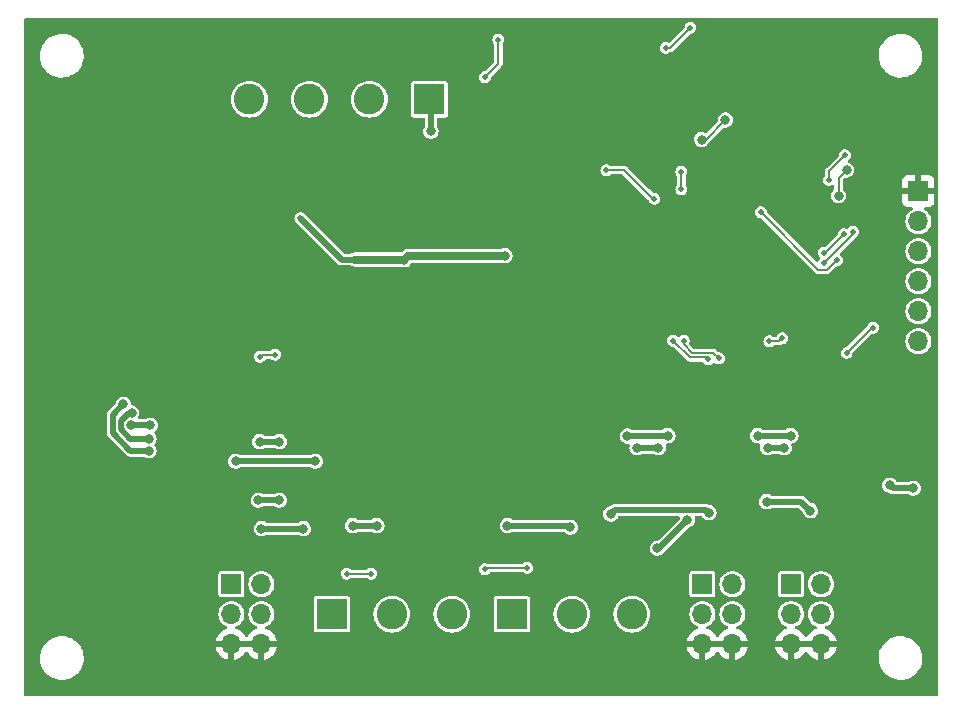
<source format=gbr>
%TF.GenerationSoftware,KiCad,Pcbnew,7.0.7*%
%TF.CreationDate,2024-01-29T23:46:24+01:00*%
%TF.ProjectId,OS-servoDriver_relay,4f532d73-6572-4766-9f44-72697665725f,rev?*%
%TF.SameCoordinates,Original*%
%TF.FileFunction,Copper,L2,Bot*%
%TF.FilePolarity,Positive*%
%FSLAX46Y46*%
G04 Gerber Fmt 4.6, Leading zero omitted, Abs format (unit mm)*
G04 Created by KiCad (PCBNEW 7.0.7) date 2024-01-29 23:46:24*
%MOMM*%
%LPD*%
G01*
G04 APERTURE LIST*
%TA.AperFunction,ComponentPad*%
%ADD10R,2.600000X2.600000*%
%TD*%
%TA.AperFunction,ComponentPad*%
%ADD11C,2.600000*%
%TD*%
%TA.AperFunction,ComponentPad*%
%ADD12R,1.700000X1.700000*%
%TD*%
%TA.AperFunction,ComponentPad*%
%ADD13O,1.700000X1.700000*%
%TD*%
%TA.AperFunction,ViaPad*%
%ADD14C,0.500000*%
%TD*%
%TA.AperFunction,ViaPad*%
%ADD15C,0.800000*%
%TD*%
%TA.AperFunction,Conductor*%
%ADD16C,0.200000*%
%TD*%
%TA.AperFunction,Conductor*%
%ADD17C,0.500000*%
%TD*%
%TA.AperFunction,Conductor*%
%ADD18C,0.700000*%
%TD*%
G04 APERTURE END LIST*
D10*
%TO.P,J104,1,Pin_1*%
%TO.N,/servo3-4/FROG2*%
X212598000Y-153289000D03*
D11*
%TO.P,J104,2,Pin_2*%
%TO.N,/servo5-6/FROG1*%
X217678000Y-153289000D03*
%TO.P,J104,3,Pin_3*%
%TO.N,/servo5-6/FROG2*%
X222758000Y-153289000D03*
%TD*%
D10*
%TO.P,J103,1,Pin_1*%
%TO.N,/servo1-2/FROG1*%
X197358000Y-153289000D03*
D11*
%TO.P,J103,2,Pin_2*%
%TO.N,/servo1-2/FROG2*%
X202438000Y-153289000D03*
%TO.P,J103,3,Pin_3*%
%TO.N,/servo3-4/FROG1*%
X207518000Y-153289000D03*
%TD*%
D12*
%TO.P,J901,1,Pin_1*%
%TO.N,/atmega/bus3.pin1*%
X236220000Y-150749000D03*
D13*
%TO.P,J901,2,Pin_2*%
%TO.N,/atmega/bus3.pin2*%
X238760000Y-150749000D03*
%TO.P,J901,3,Pin_3*%
%TO.N,+5VA*%
X236220000Y-153289000D03*
%TO.P,J901,4,Pin_4*%
X238760000Y-153289000D03*
%TO.P,J901,5,Pin_5*%
%TO.N,GND*%
X236220000Y-155829000D03*
%TO.P,J901,6,Pin_6*%
X238760000Y-155829000D03*
%TD*%
D12*
%TO.P,J701,1,Pin_1*%
%TO.N,/atmega/bus1.pin1*%
X188849000Y-150749000D03*
D13*
%TO.P,J701,2,Pin_2*%
%TO.N,/atmega/bus1.pin2*%
X191389000Y-150749000D03*
%TO.P,J701,3,Pin_3*%
%TO.N,+5VA*%
X188849000Y-153289000D03*
%TO.P,J701,4,Pin_4*%
X191389000Y-153289000D03*
%TO.P,J701,5,Pin_5*%
%TO.N,GND*%
X188849000Y-155829000D03*
%TO.P,J701,6,Pin_6*%
X191389000Y-155829000D03*
%TD*%
D12*
%TO.P,J201,1,Pin_1*%
%TO.N,GND*%
X247015000Y-117475000D03*
D13*
%TO.P,J201,2,Pin_2*%
%TO.N,+5V*%
X247015000Y-120015000D03*
%TO.P,J201,3,Pin_3*%
%TO.N,/atmega/LED*%
X247015000Y-122555000D03*
%TO.P,J201,4,Pin_4*%
%TO.N,/atmega/MISO*%
X247015000Y-125095000D03*
%TO.P,J201,5,Pin_5*%
%TO.N,/atmega/MOSI*%
X247015000Y-127635000D03*
%TO.P,J201,6,Pin_6*%
%TO.N,/atmega/reset*%
X247015000Y-130175000D03*
%TD*%
D12*
%TO.P,J801,1,Pin_1*%
%TO.N,/atmega/bus2.pin1*%
X228727000Y-150749000D03*
D13*
%TO.P,J801,2,Pin_2*%
%TO.N,/atmega/bus2.pin2*%
X231267000Y-150749000D03*
%TO.P,J801,3,Pin_3*%
%TO.N,+5VA*%
X228727000Y-153289000D03*
%TO.P,J801,4,Pin_4*%
X231267000Y-153289000D03*
%TO.P,J801,5,Pin_5*%
%TO.N,GND*%
X228727000Y-155829000D03*
%TO.P,J801,6,Pin_6*%
X231267000Y-155829000D03*
%TD*%
D10*
%TO.P,J101,1,Pin_1*%
%TO.N,/DCC/DCC_B*%
X205620000Y-109695000D03*
D11*
%TO.P,J101,2,Pin_2*%
%TO.N,/DCC/DCC_A*%
X200540000Y-109695000D03*
%TO.P,J101,3,Pin_3*%
%TO.N,/D_bridge/AC_2*%
X195460000Y-109695000D03*
%TO.P,J101,4,Pin_4*%
%TO.N,/D_bridge/AC_1*%
X190380000Y-109695000D03*
%TD*%
D14*
%TO.N,GND*%
X182499000Y-134112000D03*
X241554000Y-151765000D03*
D15*
X228244990Y-128686583D03*
D14*
X242189000Y-112776000D03*
X219202000Y-109474000D03*
X177927000Y-103886000D03*
X189357000Y-123698000D03*
X187071000Y-106426000D03*
D15*
X208834500Y-124587000D03*
D14*
X240157000Y-113157000D03*
X182880000Y-111887000D03*
X187960000Y-108331000D03*
X187198000Y-134620000D03*
X172212000Y-131572000D03*
X214757000Y-128270000D03*
X204216000Y-118618000D03*
X248000000Y-150000000D03*
X190246000Y-106426000D03*
X207137000Y-118364000D03*
X198628000Y-110998000D03*
X204597000Y-125857000D03*
X243713000Y-131191000D03*
X192786000Y-132207000D03*
X174117000Y-113792000D03*
D15*
X235204000Y-106299000D03*
D14*
X227711000Y-135255000D03*
X241681000Y-156464000D03*
X172339000Y-121158000D03*
X201676000Y-132207000D03*
D15*
X230276990Y-126781583D03*
D14*
X204343000Y-130556000D03*
X173990000Y-135001000D03*
X173990000Y-118110000D03*
X240538000Y-134366000D03*
X233045000Y-103124000D03*
X229235000Y-134366000D03*
X242316000Y-121793000D03*
X192659000Y-125222000D03*
X194691000Y-157099000D03*
X228092000Y-136271000D03*
X174244000Y-128397000D03*
D15*
X206802500Y-120142000D03*
D14*
X183515000Y-115570000D03*
X195707000Y-135636000D03*
D15*
X228879990Y-123860583D03*
D14*
X221107000Y-156083000D03*
D15*
X239141000Y-106172000D03*
X231267000Y-106299000D03*
D14*
X224663000Y-157988000D03*
X174117000Y-124333000D03*
X200025000Y-127889000D03*
D15*
X207818500Y-120142000D03*
D14*
X179578000Y-145542000D03*
X201041000Y-156591000D03*
X212725000Y-128143000D03*
D15*
X207818500Y-124587000D03*
D14*
X245491000Y-121285000D03*
X209169000Y-118364000D03*
X225298000Y-135763000D03*
X193167000Y-135890000D03*
X245745000Y-115316000D03*
X180721000Y-149098000D03*
D15*
X200960500Y-121666000D03*
D14*
X179451000Y-116078000D03*
X237871000Y-135255000D03*
X239268000Y-109347000D03*
D15*
X208834500Y-120142000D03*
D14*
X205232000Y-128524000D03*
X224282000Y-110363000D03*
X237617000Y-114935000D03*
X235966000Y-135763000D03*
X225552000Y-153797000D03*
X245000000Y-149000000D03*
X228854000Y-122047000D03*
X211836000Y-156845000D03*
X247904000Y-114554000D03*
X185039000Y-127635000D03*
X242189000Y-115443000D03*
X198628000Y-107696000D03*
X188214000Y-137541000D03*
X172339000Y-142367000D03*
X198120000Y-115062000D03*
X234315000Y-109474000D03*
X208026000Y-108712000D03*
D15*
X211882500Y-119634000D03*
D14*
X225806000Y-128016000D03*
X189992000Y-126619000D03*
X180594000Y-123698000D03*
X180594000Y-130937000D03*
D15*
X216158000Y-106576000D03*
D14*
X197866000Y-117856000D03*
X247500000Y-110500000D03*
X238252000Y-136271000D03*
X174244000Y-139065000D03*
X184658000Y-152781000D03*
X182753000Y-123698000D03*
X185674000Y-123571000D03*
X180721000Y-110109000D03*
X181864000Y-116078000D03*
X216916000Y-133604000D03*
X202057000Y-128016000D03*
D15*
X214295500Y-124714000D03*
D14*
X192786000Y-122428000D03*
X241173000Y-103886000D03*
X174498000Y-109855000D03*
X196977000Y-131318000D03*
D15*
X237109000Y-107569000D03*
D14*
X239395000Y-134493000D03*
X236728000Y-103124000D03*
X173863000Y-145034000D03*
X231267000Y-109347000D03*
D15*
X235204000Y-107696000D03*
X231267000Y-107950000D03*
D14*
X247904000Y-132461000D03*
X199390000Y-106299000D03*
X229616000Y-103124000D03*
X198501000Y-129794000D03*
X179451000Y-107569000D03*
X210058000Y-106553000D03*
X235966000Y-109601000D03*
D15*
X202357500Y-120523000D03*
D14*
X185674000Y-105156000D03*
D15*
X229616000Y-107696000D03*
X212263500Y-125603000D03*
D14*
X172339000Y-112014000D03*
D15*
X206802500Y-124587000D03*
D14*
X240411000Y-149225000D03*
X242697000Y-119761000D03*
X206629000Y-133731000D03*
D15*
X210612500Y-119380000D03*
D14*
X213995000Y-107823000D03*
X247523000Y-141478000D03*
X185420000Y-135636000D03*
X197485000Y-134620000D03*
X232791000Y-109474000D03*
X246634000Y-145796000D03*
X241000000Y-159500000D03*
X195834000Y-119507000D03*
X188214000Y-125730000D03*
%TO.N,+5V*%
X240934175Y-131175825D03*
X213888581Y-149372581D03*
X224663000Y-118122953D03*
X198600500Y-149860000D03*
X240792000Y-114427000D03*
X200699500Y-149860000D03*
X220599000Y-115697000D03*
X239450944Y-116530056D03*
X211455000Y-104649500D03*
X210312000Y-149479000D03*
X210312000Y-107823000D03*
X243205000Y-129025000D03*
%TO.N,VCC*%
X225619572Y-105342428D03*
D15*
X212009500Y-122936000D03*
D14*
X194691000Y-119761000D03*
D15*
X203502050Y-123260050D03*
D14*
X227718556Y-103624444D03*
D15*
%TO.N,+5VA*%
X180340000Y-137287000D03*
X233426000Y-138176000D03*
X225806000Y-138176000D03*
X181991000Y-137287000D03*
X222377000Y-138199502D03*
X191262000Y-138684000D03*
X192913000Y-138684000D03*
X236220000Y-138176000D03*
%TO.N,/atmega/LED*%
X240255899Y-117856000D03*
X228657109Y-113099891D03*
X240934465Y-115681535D03*
X230685382Y-111452618D03*
%TO.N,/DCC/DCC_B*%
X189230000Y-140335000D03*
X235649500Y-139192000D03*
X205740000Y-112395000D03*
X223201500Y-139192000D03*
X180402500Y-136271000D03*
X234250500Y-139192000D03*
X225000500Y-139192000D03*
X195961000Y-140335000D03*
X181864000Y-138430000D03*
%TO.N,/DCC/DCC_A*%
X179702500Y-135509000D03*
X181864000Y-139446000D03*
X194945000Y-146050000D03*
X212217000Y-145796000D03*
X217551000Y-145923000D03*
X220980000Y-144800000D03*
X229281016Y-144699016D03*
X201168000Y-145796000D03*
X237871000Y-144526000D03*
X199136000Y-145796000D03*
X191389000Y-146050000D03*
X234188000Y-143764000D03*
D14*
%TO.N,/atmega/reset*%
X240115018Y-123317000D03*
X233672444Y-119245444D03*
%TO.N,/DCC/DCC_TTL*%
X226949000Y-115823953D03*
X226949000Y-117322953D03*
D15*
%TO.N,/servo1-2/FROG1*%
X192899500Y-143637000D03*
X191135000Y-143637000D03*
%TO.N,/servo5-6/FROG2*%
X244602000Y-142367000D03*
X246571500Y-142621000D03*
%TO.N,/servo5-6/FROG1*%
X224917000Y-147701000D03*
X227457000Y-145321657D03*
D14*
%TO.N,/atmega/bus1.relay1*%
X191262000Y-131486500D03*
X192532000Y-131318000D03*
%TO.N,/atmega/bus2.relay1*%
X227139500Y-130133500D03*
X230124000Y-131632500D03*
%TO.N,/atmega/bus2.relay2*%
X226257828Y-130133940D03*
X229235000Y-131699000D03*
%TO.N,/atmega/bus3.relay1*%
X240704659Y-121118341D03*
X234400500Y-130175000D03*
X239015518Y-122680482D03*
X235499500Y-129921000D03*
%TO.N,/atmega/bus3.relay2*%
X241503270Y-120909887D03*
X239006644Y-123563644D03*
%TD*%
D16*
%TO.N,+5V*%
X211455000Y-104649500D02*
X211455000Y-106680000D01*
X239450944Y-115768056D02*
X239450944Y-116530056D01*
X243085000Y-129025000D02*
X243205000Y-129025000D01*
X213888581Y-149372581D02*
X210418419Y-149372581D01*
X220599000Y-115697000D02*
X222123000Y-115697000D01*
X224548953Y-118122953D02*
X224663000Y-118122953D01*
X240934175Y-131175825D02*
X243085000Y-129025000D01*
X211455000Y-106680000D02*
X210312000Y-107823000D01*
X222123000Y-115697000D02*
X224548953Y-118122953D01*
X210418419Y-149372581D02*
X210312000Y-149479000D01*
X200699500Y-149860000D02*
X198600500Y-149860000D01*
X240792000Y-114427000D02*
X239450944Y-115768056D01*
D17*
%TO.N,VCC*%
X194691000Y-119761000D02*
X198190050Y-123260050D01*
D16*
X226000572Y-105342428D02*
X227718556Y-103624444D01*
X225619572Y-105342428D02*
X226000572Y-105342428D01*
D18*
X212009500Y-122936000D02*
X203826100Y-122936000D01*
X203826100Y-122936000D02*
X203502050Y-123260050D01*
D17*
X198190050Y-123260050D02*
X199319950Y-123260050D01*
D18*
X199319950Y-123260050D02*
X203502050Y-123260050D01*
D17*
%TO.N,+5VA*%
X191262000Y-138684000D02*
X192913000Y-138684000D01*
X225782498Y-138199502D02*
X225806000Y-138176000D01*
X222377000Y-138199502D02*
X225782498Y-138199502D01*
X233426000Y-138176000D02*
X236220000Y-138176000D01*
X180340000Y-137287000D02*
X181991000Y-137287000D01*
D16*
%TO.N,/atmega/LED*%
X229038109Y-113099891D02*
X230685382Y-111452618D01*
X240255899Y-116360101D02*
X240255899Y-117856000D01*
X240934465Y-115681535D02*
X240255899Y-116360101D01*
X228657109Y-113099891D02*
X229038109Y-113099891D01*
D17*
%TO.N,/DCC/DCC_B*%
X180153918Y-136271000D02*
X180402500Y-136271000D01*
X180280918Y-138430000D02*
X179490000Y-137639082D01*
X234250500Y-139192000D02*
X235649500Y-139192000D01*
X179490000Y-137639082D02*
X179490000Y-136934918D01*
X189230000Y-140335000D02*
X195961000Y-140335000D01*
X223201500Y-139192000D02*
X225000500Y-139192000D01*
X179490000Y-136934918D02*
X180153918Y-136271000D01*
X181864000Y-138430000D02*
X180280918Y-138430000D01*
X205740000Y-109815000D02*
X205620000Y-109695000D01*
X205740000Y-112395000D02*
X205740000Y-109815000D01*
%TO.N,/DCC/DCC_A*%
X201168000Y-145796000D02*
X199136000Y-145796000D01*
X237109000Y-143764000D02*
X237871000Y-144526000D01*
X221308343Y-144471657D02*
X229053657Y-144471657D01*
X234188000Y-143764000D02*
X237109000Y-143764000D01*
X179702500Y-135509000D02*
X178790000Y-136421500D01*
X178790000Y-137929032D02*
X180306968Y-139446000D01*
X212217000Y-145796000D02*
X217424000Y-145796000D01*
X180306968Y-139446000D02*
X181864000Y-139446000D01*
X229053657Y-144471657D02*
X229281016Y-144699016D01*
X217424000Y-145796000D02*
X217551000Y-145923000D01*
X194945000Y-146050000D02*
X191389000Y-146050000D01*
X178790000Y-136421500D02*
X178790000Y-137929032D01*
X220980000Y-144800000D02*
X221308343Y-144471657D01*
D16*
%TO.N,/atmega/reset*%
X239318374Y-124113644D02*
X240115018Y-123317000D01*
X233672444Y-119245444D02*
X238540644Y-124113644D01*
X238540644Y-124113644D02*
X239318374Y-124113644D01*
%TO.N,/DCC/DCC_TTL*%
X226949000Y-115823953D02*
X226949000Y-117322953D01*
D17*
%TO.N,/servo1-2/FROG1*%
X192899500Y-143637000D02*
X191135000Y-143637000D01*
%TO.N,/servo5-6/FROG2*%
X246571500Y-142621000D02*
X244856000Y-142621000D01*
X244856000Y-142621000D02*
X244602000Y-142367000D01*
%TO.N,/servo5-6/FROG1*%
X224917000Y-147701000D02*
X225077657Y-147701000D01*
X225077657Y-147701000D02*
X227457000Y-145321657D01*
D16*
%TO.N,/atmega/bus1.relay1*%
X191430500Y-131318000D02*
X191262000Y-131486500D01*
X192532000Y-131318000D02*
X191430500Y-131318000D01*
%TO.N,/atmega/bus2.relay1*%
X227139500Y-130133500D02*
X227139500Y-130449926D01*
X227838574Y-131149000D02*
X229640500Y-131149000D01*
X229640500Y-131149000D02*
X230124000Y-131632500D01*
X227139500Y-130449926D02*
X227838574Y-131149000D01*
%TO.N,/atmega/bus2.relay2*%
X229085000Y-131549000D02*
X229235000Y-131699000D01*
X226257828Y-130133940D02*
X227672889Y-131549000D01*
X227672889Y-131549000D02*
X229085000Y-131549000D01*
%TO.N,/atmega/bus3.relay1*%
X234400500Y-130175000D02*
X235245500Y-130175000D01*
X239142518Y-122680482D02*
X239015518Y-122680482D01*
X235245500Y-130175000D02*
X235499500Y-129921000D01*
X240704659Y-121118341D02*
X239142518Y-122680482D01*
%TO.N,/atmega/bus3.relay2*%
X241503270Y-120909887D02*
X241503270Y-121097548D01*
X239037174Y-123563644D02*
X239006644Y-123563644D01*
X241503270Y-121097548D02*
X239037174Y-123563644D01*
%TD*%
%TA.AperFunction,Conductor*%
%TO.N,GND*%
G36*
X190842692Y-155598685D02*
G01*
X190888447Y-155651489D01*
X190898391Y-155720647D01*
X190894631Y-155737933D01*
X190889000Y-155757111D01*
X190889000Y-155900888D01*
X190894631Y-155920067D01*
X190894630Y-155989936D01*
X190856855Y-156048714D01*
X190793299Y-156077738D01*
X190775653Y-156079000D01*
X189462347Y-156079000D01*
X189395308Y-156059315D01*
X189349553Y-156006511D01*
X189339609Y-155937353D01*
X189343369Y-155920067D01*
X189349000Y-155900888D01*
X189349000Y-155757111D01*
X189343369Y-155737933D01*
X189343370Y-155668064D01*
X189381145Y-155609286D01*
X189444701Y-155580262D01*
X189462347Y-155579000D01*
X190775653Y-155579000D01*
X190842692Y-155598685D01*
G37*
%TD.AperFunction*%
%TA.AperFunction,Conductor*%
G36*
X230720692Y-155598685D02*
G01*
X230766447Y-155651489D01*
X230776391Y-155720647D01*
X230772631Y-155737933D01*
X230766999Y-155757111D01*
X230766999Y-155900888D01*
X230772631Y-155920067D01*
X230772630Y-155989936D01*
X230734855Y-156048714D01*
X230671299Y-156077738D01*
X230653653Y-156079000D01*
X229340347Y-156079000D01*
X229273308Y-156059315D01*
X229227553Y-156006511D01*
X229217609Y-155937353D01*
X229221369Y-155920067D01*
X229221901Y-155918253D01*
X229227000Y-155900889D01*
X229227000Y-155757111D01*
X229221368Y-155737933D01*
X229221370Y-155668064D01*
X229259145Y-155609286D01*
X229322701Y-155580262D01*
X229340347Y-155579000D01*
X230653653Y-155579000D01*
X230720692Y-155598685D01*
G37*
%TD.AperFunction*%
%TA.AperFunction,Conductor*%
G36*
X238213692Y-155598685D02*
G01*
X238259447Y-155651489D01*
X238269391Y-155720647D01*
X238265631Y-155737933D01*
X238260000Y-155757111D01*
X238260000Y-155900888D01*
X238265631Y-155920067D01*
X238265630Y-155989936D01*
X238227855Y-156048714D01*
X238164299Y-156077738D01*
X238146653Y-156079000D01*
X236833347Y-156079000D01*
X236766308Y-156059315D01*
X236720553Y-156006511D01*
X236710609Y-155937353D01*
X236714369Y-155920067D01*
X236720000Y-155900888D01*
X236720000Y-155757111D01*
X236714369Y-155737933D01*
X236714370Y-155668064D01*
X236752145Y-155609286D01*
X236815701Y-155580262D01*
X236833347Y-155579000D01*
X238146653Y-155579000D01*
X238213692Y-155598685D01*
G37*
%TD.AperFunction*%
%TA.AperFunction,Conductor*%
G36*
X248642539Y-102820185D02*
G01*
X248688294Y-102872989D01*
X248699500Y-102924500D01*
X248699500Y-160075500D01*
X248679815Y-160142539D01*
X248627011Y-160188294D01*
X248575500Y-160199500D01*
X171424500Y-160199500D01*
X171357461Y-160179815D01*
X171311706Y-160127011D01*
X171300500Y-160075500D01*
X171300500Y-157067763D01*
X172645787Y-157067763D01*
X172675413Y-157337013D01*
X172675415Y-157337024D01*
X172743926Y-157599082D01*
X172743928Y-157599088D01*
X172849870Y-157848390D01*
X172921998Y-157966575D01*
X172990979Y-158079605D01*
X172990986Y-158079615D01*
X173164253Y-158287819D01*
X173164259Y-158287824D01*
X173365998Y-158468582D01*
X173591910Y-158618044D01*
X173837176Y-158733020D01*
X173837183Y-158733022D01*
X173837185Y-158733023D01*
X174096557Y-158811057D01*
X174096564Y-158811058D01*
X174096569Y-158811060D01*
X174364561Y-158850500D01*
X174364566Y-158850500D01*
X174567636Y-158850500D01*
X174619133Y-158846730D01*
X174770156Y-158835677D01*
X174882758Y-158810593D01*
X175034546Y-158776782D01*
X175034548Y-158776781D01*
X175034553Y-158776780D01*
X175287558Y-158680014D01*
X175523777Y-158547441D01*
X175738177Y-158381888D01*
X175926186Y-158186881D01*
X176083799Y-157966579D01*
X176157787Y-157822669D01*
X176207649Y-157725690D01*
X176207651Y-157725684D01*
X176207656Y-157725675D01*
X176295118Y-157469305D01*
X176344319Y-157202933D01*
X176354212Y-156932235D01*
X176324586Y-156662982D01*
X176256072Y-156400912D01*
X176150130Y-156151610D01*
X176105817Y-156079000D01*
X187518364Y-156079000D01*
X187575567Y-156292486D01*
X187575570Y-156292492D01*
X187675399Y-156506578D01*
X187810894Y-156700082D01*
X187977917Y-156867105D01*
X188171421Y-157002600D01*
X188385507Y-157102429D01*
X188385516Y-157102433D01*
X188599000Y-157159634D01*
X188599000Y-156441301D01*
X188618685Y-156374262D01*
X188671489Y-156328507D01*
X188740647Y-156318563D01*
X188813237Y-156329000D01*
X188813238Y-156329000D01*
X188884762Y-156329000D01*
X188884763Y-156329000D01*
X188957352Y-156318563D01*
X189026510Y-156328507D01*
X189079314Y-156374261D01*
X189098999Y-156441301D01*
X189098999Y-157159634D01*
X189312483Y-157102433D01*
X189312492Y-157102429D01*
X189526578Y-157002600D01*
X189720082Y-156867105D01*
X189887105Y-156700082D01*
X190017425Y-156513968D01*
X190072002Y-156470344D01*
X190141501Y-156463151D01*
X190203855Y-156494673D01*
X190220575Y-156513968D01*
X190350894Y-156700082D01*
X190517917Y-156867105D01*
X190711421Y-157002600D01*
X190925507Y-157102429D01*
X190925516Y-157102433D01*
X191139000Y-157159634D01*
X191139000Y-156441301D01*
X191158685Y-156374262D01*
X191211489Y-156328507D01*
X191280647Y-156318563D01*
X191353237Y-156329000D01*
X191353238Y-156329000D01*
X191424762Y-156329000D01*
X191424763Y-156329000D01*
X191497353Y-156318563D01*
X191566512Y-156328507D01*
X191619315Y-156374262D01*
X191639000Y-156441301D01*
X191639000Y-157159633D01*
X191852483Y-157102433D01*
X191852492Y-157102429D01*
X192066578Y-157002600D01*
X192260082Y-156867105D01*
X192427105Y-156700082D01*
X192562600Y-156506578D01*
X192662429Y-156292492D01*
X192662432Y-156292486D01*
X192719636Y-156079000D01*
X227396364Y-156079000D01*
X227453567Y-156292486D01*
X227453570Y-156292492D01*
X227553399Y-156506578D01*
X227688894Y-156700082D01*
X227855917Y-156867105D01*
X228049421Y-157002600D01*
X228263507Y-157102429D01*
X228263516Y-157102433D01*
X228477000Y-157159634D01*
X228477000Y-156441301D01*
X228496685Y-156374262D01*
X228549489Y-156328507D01*
X228618647Y-156318563D01*
X228691237Y-156329000D01*
X228691238Y-156329000D01*
X228762762Y-156329000D01*
X228762763Y-156329000D01*
X228835353Y-156318563D01*
X228904512Y-156328507D01*
X228957315Y-156374262D01*
X228977000Y-156441301D01*
X228977000Y-157159633D01*
X229190483Y-157102433D01*
X229190492Y-157102429D01*
X229404578Y-157002600D01*
X229598082Y-156867105D01*
X229765105Y-156700082D01*
X229895425Y-156513968D01*
X229950002Y-156470344D01*
X230019501Y-156463151D01*
X230081855Y-156494673D01*
X230098575Y-156513968D01*
X230228894Y-156700082D01*
X230395917Y-156867105D01*
X230589421Y-157002600D01*
X230803507Y-157102429D01*
X230803516Y-157102433D01*
X231017000Y-157159634D01*
X231017000Y-156441301D01*
X231036685Y-156374262D01*
X231089489Y-156328507D01*
X231158647Y-156318563D01*
X231231237Y-156329000D01*
X231231238Y-156329000D01*
X231302762Y-156329000D01*
X231302763Y-156329000D01*
X231375353Y-156318563D01*
X231444512Y-156328507D01*
X231497315Y-156374262D01*
X231517000Y-156441301D01*
X231517000Y-157159633D01*
X231730483Y-157102433D01*
X231730492Y-157102429D01*
X231944578Y-157002600D01*
X232138082Y-156867105D01*
X232305105Y-156700082D01*
X232440600Y-156506578D01*
X232540429Y-156292492D01*
X232540432Y-156292486D01*
X232597636Y-156079000D01*
X234889364Y-156079000D01*
X234946567Y-156292486D01*
X234946570Y-156292492D01*
X235046399Y-156506578D01*
X235181894Y-156700082D01*
X235348917Y-156867105D01*
X235542421Y-157002600D01*
X235756507Y-157102429D01*
X235756516Y-157102433D01*
X235970000Y-157159634D01*
X235970000Y-156441301D01*
X235989685Y-156374262D01*
X236042489Y-156328507D01*
X236111647Y-156318563D01*
X236184237Y-156329000D01*
X236184238Y-156329000D01*
X236255762Y-156329000D01*
X236255763Y-156329000D01*
X236328352Y-156318563D01*
X236397510Y-156328507D01*
X236450314Y-156374261D01*
X236469999Y-156441301D01*
X236469999Y-157159633D01*
X236683483Y-157102433D01*
X236683492Y-157102429D01*
X236897578Y-157002600D01*
X237091082Y-156867105D01*
X237258105Y-156700082D01*
X237388425Y-156513968D01*
X237443002Y-156470344D01*
X237512501Y-156463151D01*
X237574855Y-156494673D01*
X237591575Y-156513968D01*
X237721894Y-156700082D01*
X237888917Y-156867105D01*
X238082421Y-157002600D01*
X238296507Y-157102429D01*
X238296516Y-157102433D01*
X238509999Y-157159633D01*
X238509999Y-156441301D01*
X238529683Y-156374262D01*
X238582487Y-156328507D01*
X238651646Y-156318563D01*
X238658380Y-156319531D01*
X238724237Y-156329000D01*
X238724238Y-156329000D01*
X238795762Y-156329000D01*
X238795763Y-156329000D01*
X238868353Y-156318563D01*
X238937512Y-156328507D01*
X238990315Y-156374262D01*
X239010000Y-156441301D01*
X239010000Y-157159633D01*
X239223483Y-157102433D01*
X239223492Y-157102429D01*
X239297834Y-157067763D01*
X243645787Y-157067763D01*
X243675413Y-157337013D01*
X243675415Y-157337024D01*
X243743926Y-157599082D01*
X243743928Y-157599088D01*
X243849870Y-157848390D01*
X243921998Y-157966575D01*
X243990979Y-158079605D01*
X243990986Y-158079615D01*
X244164253Y-158287819D01*
X244164259Y-158287824D01*
X244365998Y-158468582D01*
X244591910Y-158618044D01*
X244837176Y-158733020D01*
X244837183Y-158733022D01*
X244837185Y-158733023D01*
X245096557Y-158811057D01*
X245096564Y-158811058D01*
X245096569Y-158811060D01*
X245364561Y-158850500D01*
X245364566Y-158850500D01*
X245567636Y-158850500D01*
X245619133Y-158846730D01*
X245770156Y-158835677D01*
X245882758Y-158810593D01*
X246034546Y-158776782D01*
X246034548Y-158776781D01*
X246034553Y-158776780D01*
X246287558Y-158680014D01*
X246523777Y-158547441D01*
X246738177Y-158381888D01*
X246926186Y-158186881D01*
X247083799Y-157966579D01*
X247157787Y-157822669D01*
X247207649Y-157725690D01*
X247207651Y-157725684D01*
X247207656Y-157725675D01*
X247295118Y-157469305D01*
X247344319Y-157202933D01*
X247354212Y-156932235D01*
X247324586Y-156662982D01*
X247256072Y-156400912D01*
X247150130Y-156151610D01*
X247009018Y-155920390D01*
X246919747Y-155813119D01*
X246835746Y-155712180D01*
X246835740Y-155712175D01*
X246634002Y-155531418D01*
X246408092Y-155381957D01*
X246327805Y-155344320D01*
X246162824Y-155266980D01*
X246162819Y-155266978D01*
X246162814Y-155266976D01*
X245903442Y-155188942D01*
X245903428Y-155188939D01*
X245787791Y-155171921D01*
X245635439Y-155149500D01*
X245432369Y-155149500D01*
X245432364Y-155149500D01*
X245229844Y-155164323D01*
X245229831Y-155164325D01*
X244965453Y-155223217D01*
X244965446Y-155223220D01*
X244712439Y-155319987D01*
X244476226Y-155452557D01*
X244261822Y-155618112D01*
X244073822Y-155813109D01*
X244073816Y-155813116D01*
X243916202Y-156033419D01*
X243916199Y-156033424D01*
X243792350Y-156274309D01*
X243792343Y-156274327D01*
X243704884Y-156530685D01*
X243704881Y-156530699D01*
X243655681Y-156797068D01*
X243655680Y-156797075D01*
X243645787Y-157067763D01*
X239297834Y-157067763D01*
X239437578Y-157002600D01*
X239631082Y-156867105D01*
X239798105Y-156700082D01*
X239933600Y-156506578D01*
X240033429Y-156292492D01*
X240033432Y-156292486D01*
X240090636Y-156079000D01*
X239373347Y-156079000D01*
X239306308Y-156059315D01*
X239260553Y-156006511D01*
X239250609Y-155937353D01*
X239254369Y-155920067D01*
X239260000Y-155900888D01*
X239260000Y-155757111D01*
X239254369Y-155737933D01*
X239254370Y-155668064D01*
X239292145Y-155609286D01*
X239355701Y-155580262D01*
X239373347Y-155579000D01*
X240090636Y-155579000D01*
X240090635Y-155578999D01*
X240033432Y-155365513D01*
X240033429Y-155365507D01*
X239933600Y-155151422D01*
X239933599Y-155151420D01*
X239798113Y-154957926D01*
X239798108Y-154957920D01*
X239631082Y-154790894D01*
X239437578Y-154655399D01*
X239223492Y-154555570D01*
X239223477Y-154555564D01*
X239184414Y-154545097D01*
X239124754Y-154508732D01*
X239094226Y-154445885D01*
X239102521Y-154376509D01*
X239147007Y-154322632D01*
X239171710Y-154309698D01*
X239252637Y-154278348D01*
X239426041Y-154170981D01*
X239576764Y-154033579D01*
X239699673Y-153870821D01*
X239790582Y-153688250D01*
X239846397Y-153492083D01*
X239865215Y-153289000D01*
X239846397Y-153085917D01*
X239790582Y-152889750D01*
X239699673Y-152707179D01*
X239576764Y-152544421D01*
X239576762Y-152544418D01*
X239426041Y-152407019D01*
X239426039Y-152407017D01*
X239252642Y-152299655D01*
X239252635Y-152299651D01*
X239157546Y-152262813D01*
X239062456Y-152225976D01*
X238861976Y-152188500D01*
X238658024Y-152188500D01*
X238457544Y-152225976D01*
X238457541Y-152225976D01*
X238457541Y-152225977D01*
X238267364Y-152299651D01*
X238267357Y-152299655D01*
X238093960Y-152407017D01*
X238093958Y-152407019D01*
X237943237Y-152544418D01*
X237820327Y-152707178D01*
X237729422Y-152889739D01*
X237729417Y-152889752D01*
X237673602Y-153085917D01*
X237654785Y-153288999D01*
X237654785Y-153289000D01*
X237673602Y-153492082D01*
X237729417Y-153688247D01*
X237729422Y-153688260D01*
X237820327Y-153870821D01*
X237943237Y-154033581D01*
X238093958Y-154170980D01*
X238093960Y-154170982D01*
X238193141Y-154232392D01*
X238267363Y-154278348D01*
X238348283Y-154309696D01*
X238403685Y-154352269D01*
X238427276Y-154418035D01*
X238411565Y-154486116D01*
X238361542Y-154534895D01*
X238335586Y-154545097D01*
X238296519Y-154555565D01*
X238296507Y-154555570D01*
X238082422Y-154655399D01*
X238082420Y-154655400D01*
X237888926Y-154790886D01*
X237888920Y-154790891D01*
X237721891Y-154957920D01*
X237721890Y-154957922D01*
X237591575Y-155144031D01*
X237536998Y-155187655D01*
X237467499Y-155194848D01*
X237405145Y-155163326D01*
X237388425Y-155144031D01*
X237258109Y-154957922D01*
X237258108Y-154957920D01*
X237091082Y-154790894D01*
X236897578Y-154655399D01*
X236683492Y-154555570D01*
X236683477Y-154555564D01*
X236644414Y-154545097D01*
X236584754Y-154508732D01*
X236554226Y-154445885D01*
X236562521Y-154376509D01*
X236607007Y-154322632D01*
X236631710Y-154309698D01*
X236712637Y-154278348D01*
X236886041Y-154170981D01*
X237036764Y-154033579D01*
X237159673Y-153870821D01*
X237250582Y-153688250D01*
X237306397Y-153492083D01*
X237325215Y-153289000D01*
X237306397Y-153085917D01*
X237250582Y-152889750D01*
X237159673Y-152707179D01*
X237036764Y-152544421D01*
X237036762Y-152544418D01*
X236886041Y-152407019D01*
X236886039Y-152407017D01*
X236712642Y-152299655D01*
X236712635Y-152299651D01*
X236617546Y-152262813D01*
X236522456Y-152225976D01*
X236321976Y-152188500D01*
X236118024Y-152188500D01*
X235917544Y-152225976D01*
X235917541Y-152225976D01*
X235917541Y-152225977D01*
X235727364Y-152299651D01*
X235727357Y-152299655D01*
X235553960Y-152407017D01*
X235553958Y-152407019D01*
X235403237Y-152544418D01*
X235280327Y-152707178D01*
X235189422Y-152889739D01*
X235189417Y-152889752D01*
X235133602Y-153085917D01*
X235114785Y-153288999D01*
X235114785Y-153289000D01*
X235133602Y-153492082D01*
X235189417Y-153688247D01*
X235189422Y-153688260D01*
X235280327Y-153870821D01*
X235403237Y-154033581D01*
X235553958Y-154170980D01*
X235553960Y-154170982D01*
X235653141Y-154232392D01*
X235727363Y-154278348D01*
X235808283Y-154309696D01*
X235863685Y-154352269D01*
X235887276Y-154418035D01*
X235871565Y-154486116D01*
X235821542Y-154534895D01*
X235795586Y-154545097D01*
X235756519Y-154555565D01*
X235756507Y-154555570D01*
X235542422Y-154655399D01*
X235542420Y-154655400D01*
X235348926Y-154790886D01*
X235348920Y-154790891D01*
X235181891Y-154957920D01*
X235181886Y-154957926D01*
X235046400Y-155151420D01*
X235046399Y-155151422D01*
X234946570Y-155365507D01*
X234946567Y-155365513D01*
X234889364Y-155578999D01*
X234889364Y-155579000D01*
X235606653Y-155579000D01*
X235673692Y-155598685D01*
X235719447Y-155651489D01*
X235729391Y-155720647D01*
X235725631Y-155737933D01*
X235720000Y-155757111D01*
X235720000Y-155900888D01*
X235725631Y-155920067D01*
X235725630Y-155989936D01*
X235687855Y-156048714D01*
X235624299Y-156077738D01*
X235606653Y-156079000D01*
X234889364Y-156079000D01*
X232597636Y-156079000D01*
X231880347Y-156079000D01*
X231813308Y-156059315D01*
X231767553Y-156006511D01*
X231757609Y-155937353D01*
X231761369Y-155920067D01*
X231761901Y-155918253D01*
X231767000Y-155900889D01*
X231767000Y-155757111D01*
X231761368Y-155737933D01*
X231761370Y-155668064D01*
X231799145Y-155609286D01*
X231862701Y-155580262D01*
X231880347Y-155579000D01*
X232597636Y-155579000D01*
X232597635Y-155578999D01*
X232540432Y-155365513D01*
X232540429Y-155365507D01*
X232440600Y-155151422D01*
X232440599Y-155151420D01*
X232305113Y-154957926D01*
X232305108Y-154957920D01*
X232138082Y-154790894D01*
X231944578Y-154655399D01*
X231730492Y-154555570D01*
X231730477Y-154555564D01*
X231691414Y-154545097D01*
X231631754Y-154508732D01*
X231601226Y-154445885D01*
X231609521Y-154376509D01*
X231654007Y-154322632D01*
X231678710Y-154309698D01*
X231759637Y-154278348D01*
X231933041Y-154170981D01*
X232083764Y-154033579D01*
X232206673Y-153870821D01*
X232297582Y-153688250D01*
X232353397Y-153492083D01*
X232372215Y-153289000D01*
X232353397Y-153085917D01*
X232297582Y-152889750D01*
X232206673Y-152707179D01*
X232083764Y-152544421D01*
X232083762Y-152544418D01*
X231933041Y-152407019D01*
X231933039Y-152407017D01*
X231759642Y-152299655D01*
X231759635Y-152299651D01*
X231664546Y-152262813D01*
X231569456Y-152225976D01*
X231368976Y-152188500D01*
X231165024Y-152188500D01*
X230964544Y-152225976D01*
X230964541Y-152225976D01*
X230964541Y-152225977D01*
X230774364Y-152299651D01*
X230774357Y-152299655D01*
X230600960Y-152407017D01*
X230600958Y-152407019D01*
X230450237Y-152544418D01*
X230327327Y-152707178D01*
X230236422Y-152889739D01*
X230236417Y-152889752D01*
X230180602Y-153085917D01*
X230161785Y-153288999D01*
X230161785Y-153289000D01*
X230180602Y-153492082D01*
X230236417Y-153688247D01*
X230236422Y-153688260D01*
X230327327Y-153870821D01*
X230450237Y-154033581D01*
X230600958Y-154170980D01*
X230600960Y-154170982D01*
X230700141Y-154232392D01*
X230774363Y-154278348D01*
X230855283Y-154309696D01*
X230910685Y-154352269D01*
X230934276Y-154418035D01*
X230918565Y-154486116D01*
X230868542Y-154534895D01*
X230842586Y-154545097D01*
X230803519Y-154555565D01*
X230803507Y-154555570D01*
X230589422Y-154655399D01*
X230589420Y-154655400D01*
X230395926Y-154790886D01*
X230395920Y-154790891D01*
X230228891Y-154957920D01*
X230228890Y-154957922D01*
X230098575Y-155144031D01*
X230043998Y-155187655D01*
X229974499Y-155194848D01*
X229912145Y-155163326D01*
X229895425Y-155144031D01*
X229765109Y-154957922D01*
X229765108Y-154957920D01*
X229598082Y-154790894D01*
X229404578Y-154655399D01*
X229190492Y-154555570D01*
X229190477Y-154555564D01*
X229151414Y-154545097D01*
X229091754Y-154508732D01*
X229061226Y-154445885D01*
X229069521Y-154376509D01*
X229114007Y-154322632D01*
X229138710Y-154309698D01*
X229219637Y-154278348D01*
X229393041Y-154170981D01*
X229543764Y-154033579D01*
X229666673Y-153870821D01*
X229757582Y-153688250D01*
X229813397Y-153492083D01*
X229832215Y-153289000D01*
X229813397Y-153085917D01*
X229757582Y-152889750D01*
X229666673Y-152707179D01*
X229543764Y-152544421D01*
X229543762Y-152544418D01*
X229393041Y-152407019D01*
X229393039Y-152407017D01*
X229219642Y-152299655D01*
X229219635Y-152299651D01*
X229124546Y-152262813D01*
X229029456Y-152225976D01*
X228828976Y-152188500D01*
X228625024Y-152188500D01*
X228424544Y-152225976D01*
X228424541Y-152225976D01*
X228424541Y-152225977D01*
X228234364Y-152299651D01*
X228234357Y-152299655D01*
X228060960Y-152407017D01*
X228060958Y-152407019D01*
X227910237Y-152544418D01*
X227787327Y-152707178D01*
X227696422Y-152889739D01*
X227696417Y-152889752D01*
X227640602Y-153085917D01*
X227621785Y-153288999D01*
X227621785Y-153289000D01*
X227640602Y-153492082D01*
X227696417Y-153688247D01*
X227696422Y-153688260D01*
X227787327Y-153870821D01*
X227910237Y-154033581D01*
X228060958Y-154170980D01*
X228060960Y-154170982D01*
X228160141Y-154232392D01*
X228234363Y-154278348D01*
X228315283Y-154309696D01*
X228370685Y-154352269D01*
X228394276Y-154418035D01*
X228378565Y-154486116D01*
X228328542Y-154534895D01*
X228302586Y-154545097D01*
X228263519Y-154555565D01*
X228263507Y-154555570D01*
X228049422Y-154655399D01*
X228049420Y-154655400D01*
X227855926Y-154790886D01*
X227855920Y-154790891D01*
X227688891Y-154957920D01*
X227688886Y-154957926D01*
X227553400Y-155151420D01*
X227553399Y-155151422D01*
X227453570Y-155365507D01*
X227453567Y-155365513D01*
X227396364Y-155578999D01*
X227396364Y-155579000D01*
X228113653Y-155579000D01*
X228180692Y-155598685D01*
X228226447Y-155651489D01*
X228236391Y-155720647D01*
X228232631Y-155737933D01*
X228226999Y-155757111D01*
X228226999Y-155900888D01*
X228232631Y-155920067D01*
X228232630Y-155989936D01*
X228194855Y-156048714D01*
X228131299Y-156077738D01*
X228113653Y-156079000D01*
X227396364Y-156079000D01*
X192719636Y-156079000D01*
X192002347Y-156079000D01*
X191935308Y-156059315D01*
X191889553Y-156006511D01*
X191879609Y-155937353D01*
X191883369Y-155920067D01*
X191889000Y-155900888D01*
X191889000Y-155757111D01*
X191883369Y-155737933D01*
X191883370Y-155668064D01*
X191921145Y-155609286D01*
X191984701Y-155580262D01*
X192002347Y-155579000D01*
X192719636Y-155579000D01*
X192719635Y-155578999D01*
X192662432Y-155365513D01*
X192662429Y-155365507D01*
X192562600Y-155151422D01*
X192562599Y-155151420D01*
X192427113Y-154957926D01*
X192427108Y-154957920D01*
X192260082Y-154790894D01*
X192066578Y-154655399D01*
X191977106Y-154613678D01*
X195807500Y-154613678D01*
X195822032Y-154686735D01*
X195822033Y-154686739D01*
X195822034Y-154686740D01*
X195877399Y-154769601D01*
X195960260Y-154824966D01*
X195960264Y-154824967D01*
X196033321Y-154839499D01*
X196033324Y-154839500D01*
X196033326Y-154839500D01*
X198682676Y-154839500D01*
X198682677Y-154839499D01*
X198755740Y-154824966D01*
X198838601Y-154769601D01*
X198893966Y-154686740D01*
X198908500Y-154613674D01*
X198908500Y-153288999D01*
X200882706Y-153288999D01*
X200901853Y-153532297D01*
X200901853Y-153532300D01*
X200901854Y-153532302D01*
X200939294Y-153688250D01*
X200958830Y-153769619D01*
X201052222Y-153995089D01*
X201179737Y-154203173D01*
X201179738Y-154203176D01*
X201179741Y-154203179D01*
X201338241Y-154388759D01*
X201452232Y-154486116D01*
X201523823Y-154547261D01*
X201523825Y-154547261D01*
X201537375Y-154555565D01*
X201731910Y-154674777D01*
X201957381Y-154768169D01*
X201957378Y-154768169D01*
X201957384Y-154768170D01*
X201957388Y-154768172D01*
X202194698Y-154825146D01*
X202438000Y-154844294D01*
X202681302Y-154825146D01*
X202918612Y-154768172D01*
X203144089Y-154674777D01*
X203352179Y-154547259D01*
X203537759Y-154388759D01*
X203696259Y-154203179D01*
X203823777Y-153995089D01*
X203917172Y-153769612D01*
X203974146Y-153532302D01*
X203993294Y-153289000D01*
X203993294Y-153288999D01*
X205962706Y-153288999D01*
X205981853Y-153532297D01*
X205981853Y-153532300D01*
X205981854Y-153532302D01*
X206019294Y-153688250D01*
X206038830Y-153769619D01*
X206132222Y-153995089D01*
X206259737Y-154203173D01*
X206259738Y-154203176D01*
X206259741Y-154203179D01*
X206418241Y-154388759D01*
X206532232Y-154486116D01*
X206603823Y-154547261D01*
X206603825Y-154547261D01*
X206617375Y-154555565D01*
X206811910Y-154674777D01*
X207037381Y-154768169D01*
X207037378Y-154768169D01*
X207037384Y-154768170D01*
X207037388Y-154768172D01*
X207274698Y-154825146D01*
X207518000Y-154844294D01*
X207761302Y-154825146D01*
X207998612Y-154768172D01*
X208224089Y-154674777D01*
X208323793Y-154613678D01*
X211047500Y-154613678D01*
X211062032Y-154686735D01*
X211062033Y-154686739D01*
X211062034Y-154686740D01*
X211117399Y-154769601D01*
X211200259Y-154824966D01*
X211200260Y-154824966D01*
X211200264Y-154824967D01*
X211273321Y-154839499D01*
X211273324Y-154839500D01*
X211273326Y-154839500D01*
X213922676Y-154839500D01*
X213922677Y-154839499D01*
X213995740Y-154824966D01*
X214078601Y-154769601D01*
X214133966Y-154686740D01*
X214148500Y-154613674D01*
X214148500Y-153288999D01*
X216122706Y-153288999D01*
X216141853Y-153532297D01*
X216141853Y-153532300D01*
X216141854Y-153532302D01*
X216179294Y-153688250D01*
X216198830Y-153769619D01*
X216292222Y-153995089D01*
X216419737Y-154203173D01*
X216419738Y-154203176D01*
X216419741Y-154203179D01*
X216578241Y-154388759D01*
X216692232Y-154486116D01*
X216763823Y-154547261D01*
X216763825Y-154547261D01*
X216777375Y-154555565D01*
X216971910Y-154674777D01*
X217197381Y-154768169D01*
X217197378Y-154768169D01*
X217197384Y-154768170D01*
X217197388Y-154768172D01*
X217434698Y-154825146D01*
X217678000Y-154844294D01*
X217921302Y-154825146D01*
X218158612Y-154768172D01*
X218384089Y-154674777D01*
X218592179Y-154547259D01*
X218777759Y-154388759D01*
X218936259Y-154203179D01*
X219063777Y-153995089D01*
X219157172Y-153769612D01*
X219214146Y-153532302D01*
X219233294Y-153289000D01*
X219233294Y-153288999D01*
X221202706Y-153288999D01*
X221221853Y-153532297D01*
X221221853Y-153532300D01*
X221221854Y-153532302D01*
X221259294Y-153688250D01*
X221278830Y-153769619D01*
X221372222Y-153995089D01*
X221499737Y-154203173D01*
X221499738Y-154203176D01*
X221499741Y-154203179D01*
X221658241Y-154388759D01*
X221772232Y-154486116D01*
X221843823Y-154547261D01*
X221843825Y-154547261D01*
X221857375Y-154555565D01*
X222051910Y-154674777D01*
X222277381Y-154768169D01*
X222277378Y-154768169D01*
X222277384Y-154768170D01*
X222277388Y-154768172D01*
X222514698Y-154825146D01*
X222758000Y-154844294D01*
X223001302Y-154825146D01*
X223238612Y-154768172D01*
X223464089Y-154674777D01*
X223672179Y-154547259D01*
X223857759Y-154388759D01*
X224016259Y-154203179D01*
X224143777Y-153995089D01*
X224237172Y-153769612D01*
X224294146Y-153532302D01*
X224313294Y-153289000D01*
X224294146Y-153045698D01*
X224237172Y-152808388D01*
X224237169Y-152808380D01*
X224143777Y-152582910D01*
X224016262Y-152374826D01*
X224016261Y-152374823D01*
X223952061Y-152299655D01*
X223857759Y-152189241D01*
X223735063Y-152084449D01*
X223672176Y-152030738D01*
X223672173Y-152030737D01*
X223464089Y-151903222D01*
X223238618Y-151809830D01*
X223238621Y-151809830D01*
X223112705Y-151779600D01*
X223001302Y-151752854D01*
X223001300Y-151752853D01*
X223001297Y-151752853D01*
X222758000Y-151733706D01*
X222514702Y-151752853D01*
X222277380Y-151809830D01*
X222051910Y-151903222D01*
X221843826Y-152030737D01*
X221843823Y-152030738D01*
X221658241Y-152189241D01*
X221499738Y-152374823D01*
X221499737Y-152374826D01*
X221372222Y-152582910D01*
X221278830Y-152808380D01*
X221221853Y-153045702D01*
X221202706Y-153288999D01*
X219233294Y-153288999D01*
X219214146Y-153045698D01*
X219157172Y-152808388D01*
X219157169Y-152808380D01*
X219063777Y-152582910D01*
X218936262Y-152374826D01*
X218936261Y-152374823D01*
X218872061Y-152299655D01*
X218777759Y-152189241D01*
X218655063Y-152084449D01*
X218592176Y-152030738D01*
X218592173Y-152030737D01*
X218384089Y-151903222D01*
X218158618Y-151809830D01*
X218158621Y-151809830D01*
X218032705Y-151779600D01*
X217921302Y-151752854D01*
X217921300Y-151752853D01*
X217921297Y-151752853D01*
X217678000Y-151733706D01*
X217434702Y-151752853D01*
X217197380Y-151809830D01*
X216971910Y-151903222D01*
X216763826Y-152030737D01*
X216763823Y-152030738D01*
X216578241Y-152189241D01*
X216419738Y-152374823D01*
X216419737Y-152374826D01*
X216292222Y-152582910D01*
X216198830Y-152808380D01*
X216141853Y-153045702D01*
X216122706Y-153288999D01*
X214148500Y-153288999D01*
X214148500Y-151964326D01*
X214148500Y-151964323D01*
X214148499Y-151964321D01*
X214133967Y-151891264D01*
X214133966Y-151891260D01*
X214106063Y-151849500D01*
X214078601Y-151808399D01*
X213995740Y-151753034D01*
X213995739Y-151753033D01*
X213995735Y-151753032D01*
X213922677Y-151738500D01*
X213922674Y-151738500D01*
X211273326Y-151738500D01*
X211273323Y-151738500D01*
X211200264Y-151753032D01*
X211200260Y-151753033D01*
X211117399Y-151808399D01*
X211062033Y-151891260D01*
X211062032Y-151891264D01*
X211047500Y-151964321D01*
X211047500Y-154613678D01*
X208323793Y-154613678D01*
X208432179Y-154547259D01*
X208617759Y-154388759D01*
X208776259Y-154203179D01*
X208903777Y-153995089D01*
X208997172Y-153769612D01*
X209054146Y-153532302D01*
X209073294Y-153289000D01*
X209054146Y-153045698D01*
X208997172Y-152808388D01*
X208997169Y-152808380D01*
X208903777Y-152582910D01*
X208776262Y-152374826D01*
X208776261Y-152374823D01*
X208712061Y-152299655D01*
X208617759Y-152189241D01*
X208495063Y-152084449D01*
X208432176Y-152030738D01*
X208432173Y-152030737D01*
X208224089Y-151903222D01*
X207998618Y-151809830D01*
X207998621Y-151809830D01*
X207872705Y-151779600D01*
X207761302Y-151752854D01*
X207761300Y-151752853D01*
X207761297Y-151752853D01*
X207518000Y-151733706D01*
X207274702Y-151752853D01*
X207037380Y-151809830D01*
X206811910Y-151903222D01*
X206603826Y-152030737D01*
X206603823Y-152030738D01*
X206418241Y-152189241D01*
X206259738Y-152374823D01*
X206259737Y-152374826D01*
X206132222Y-152582910D01*
X206038830Y-152808380D01*
X205981853Y-153045702D01*
X205962706Y-153288999D01*
X203993294Y-153288999D01*
X203974146Y-153045698D01*
X203917172Y-152808388D01*
X203917169Y-152808380D01*
X203823777Y-152582910D01*
X203696262Y-152374826D01*
X203696261Y-152374823D01*
X203632061Y-152299655D01*
X203537759Y-152189241D01*
X203415063Y-152084449D01*
X203352176Y-152030738D01*
X203352173Y-152030737D01*
X203144089Y-151903222D01*
X202918618Y-151809830D01*
X202918621Y-151809830D01*
X202792705Y-151779600D01*
X202681302Y-151752854D01*
X202681300Y-151752853D01*
X202681297Y-151752853D01*
X202438000Y-151733706D01*
X202194702Y-151752853D01*
X201957380Y-151809830D01*
X201731910Y-151903222D01*
X201523826Y-152030737D01*
X201523823Y-152030738D01*
X201338241Y-152189241D01*
X201179738Y-152374823D01*
X201179737Y-152374826D01*
X201052222Y-152582910D01*
X200958830Y-152808380D01*
X200901853Y-153045702D01*
X200882706Y-153288999D01*
X198908500Y-153288999D01*
X198908500Y-151964326D01*
X198908500Y-151964325D01*
X198908500Y-151964323D01*
X198908499Y-151964321D01*
X198893967Y-151891264D01*
X198893966Y-151891260D01*
X198866063Y-151849500D01*
X198838601Y-151808399D01*
X198755740Y-151753034D01*
X198755739Y-151753033D01*
X198755735Y-151753032D01*
X198682677Y-151738500D01*
X198682674Y-151738500D01*
X196033326Y-151738500D01*
X196033323Y-151738500D01*
X195960264Y-151753032D01*
X195960260Y-151753033D01*
X195877399Y-151808399D01*
X195822033Y-151891260D01*
X195822032Y-151891264D01*
X195807500Y-151964321D01*
X195807500Y-154613678D01*
X191977106Y-154613678D01*
X191852492Y-154555570D01*
X191852477Y-154555564D01*
X191813414Y-154545097D01*
X191753754Y-154508732D01*
X191723226Y-154445885D01*
X191731521Y-154376509D01*
X191776007Y-154322632D01*
X191800710Y-154309698D01*
X191881637Y-154278348D01*
X192055041Y-154170981D01*
X192205764Y-154033579D01*
X192328673Y-153870821D01*
X192419582Y-153688250D01*
X192475397Y-153492083D01*
X192494215Y-153289000D01*
X192475397Y-153085917D01*
X192419582Y-152889750D01*
X192328673Y-152707179D01*
X192205764Y-152544421D01*
X192205762Y-152544418D01*
X192055041Y-152407019D01*
X192055039Y-152407017D01*
X191881642Y-152299655D01*
X191881635Y-152299651D01*
X191786546Y-152262813D01*
X191691456Y-152225976D01*
X191490976Y-152188500D01*
X191287024Y-152188500D01*
X191086544Y-152225976D01*
X191086541Y-152225976D01*
X191086541Y-152225977D01*
X190896364Y-152299651D01*
X190896357Y-152299655D01*
X190722960Y-152407017D01*
X190722958Y-152407019D01*
X190572237Y-152544418D01*
X190449327Y-152707178D01*
X190358422Y-152889739D01*
X190358417Y-152889752D01*
X190302602Y-153085917D01*
X190283785Y-153288999D01*
X190283785Y-153289000D01*
X190302602Y-153492082D01*
X190358417Y-153688247D01*
X190358422Y-153688260D01*
X190449327Y-153870821D01*
X190572237Y-154033581D01*
X190722958Y-154170980D01*
X190722960Y-154170982D01*
X190822141Y-154232392D01*
X190896363Y-154278348D01*
X190977283Y-154309696D01*
X191032685Y-154352269D01*
X191056276Y-154418035D01*
X191040565Y-154486116D01*
X190990542Y-154534895D01*
X190964586Y-154545097D01*
X190925519Y-154555565D01*
X190925507Y-154555570D01*
X190711422Y-154655399D01*
X190711420Y-154655400D01*
X190517926Y-154790886D01*
X190517920Y-154790891D01*
X190350891Y-154957920D01*
X190350890Y-154957922D01*
X190220575Y-155144031D01*
X190165998Y-155187655D01*
X190096499Y-155194848D01*
X190034145Y-155163326D01*
X190017425Y-155144031D01*
X189887109Y-154957922D01*
X189887108Y-154957920D01*
X189720082Y-154790894D01*
X189526578Y-154655399D01*
X189312492Y-154555570D01*
X189312477Y-154555564D01*
X189273414Y-154545097D01*
X189213754Y-154508732D01*
X189183226Y-154445885D01*
X189191521Y-154376509D01*
X189236007Y-154322632D01*
X189260710Y-154309698D01*
X189341637Y-154278348D01*
X189515041Y-154170981D01*
X189665764Y-154033579D01*
X189788673Y-153870821D01*
X189879582Y-153688250D01*
X189935397Y-153492083D01*
X189954215Y-153289000D01*
X189935397Y-153085917D01*
X189879582Y-152889750D01*
X189788673Y-152707179D01*
X189665764Y-152544421D01*
X189665762Y-152544418D01*
X189515041Y-152407019D01*
X189515039Y-152407017D01*
X189341642Y-152299655D01*
X189341635Y-152299651D01*
X189246546Y-152262813D01*
X189151456Y-152225976D01*
X188950976Y-152188500D01*
X188747024Y-152188500D01*
X188546544Y-152225976D01*
X188546541Y-152225976D01*
X188546541Y-152225977D01*
X188356364Y-152299651D01*
X188356357Y-152299655D01*
X188182960Y-152407017D01*
X188182958Y-152407019D01*
X188032237Y-152544418D01*
X187909327Y-152707178D01*
X187818422Y-152889739D01*
X187818417Y-152889752D01*
X187762602Y-153085917D01*
X187743785Y-153288999D01*
X187743785Y-153289000D01*
X187762602Y-153492082D01*
X187818417Y-153688247D01*
X187818422Y-153688260D01*
X187909327Y-153870821D01*
X188032237Y-154033581D01*
X188182958Y-154170980D01*
X188182960Y-154170982D01*
X188282141Y-154232392D01*
X188356363Y-154278348D01*
X188437283Y-154309696D01*
X188492685Y-154352269D01*
X188516276Y-154418035D01*
X188500565Y-154486116D01*
X188450542Y-154534895D01*
X188424586Y-154545097D01*
X188385519Y-154555565D01*
X188385507Y-154555570D01*
X188171422Y-154655399D01*
X188171420Y-154655400D01*
X187977926Y-154790886D01*
X187977920Y-154790891D01*
X187810891Y-154957920D01*
X187810886Y-154957926D01*
X187675400Y-155151420D01*
X187675399Y-155151422D01*
X187575570Y-155365507D01*
X187575567Y-155365513D01*
X187518364Y-155578999D01*
X187518364Y-155579000D01*
X188235653Y-155579000D01*
X188302692Y-155598685D01*
X188348447Y-155651489D01*
X188358391Y-155720647D01*
X188354631Y-155737933D01*
X188349000Y-155757111D01*
X188349000Y-155900888D01*
X188354631Y-155920067D01*
X188354630Y-155989936D01*
X188316855Y-156048714D01*
X188253299Y-156077738D01*
X188235653Y-156079000D01*
X187518364Y-156079000D01*
X176105817Y-156079000D01*
X176009018Y-155920390D01*
X175919747Y-155813119D01*
X175835746Y-155712180D01*
X175835740Y-155712175D01*
X175634002Y-155531418D01*
X175408092Y-155381957D01*
X175327805Y-155344320D01*
X175162824Y-155266980D01*
X175162819Y-155266978D01*
X175162814Y-155266976D01*
X174903442Y-155188942D01*
X174903428Y-155188939D01*
X174787791Y-155171921D01*
X174635439Y-155149500D01*
X174432369Y-155149500D01*
X174432364Y-155149500D01*
X174229844Y-155164323D01*
X174229831Y-155164325D01*
X173965453Y-155223217D01*
X173965446Y-155223220D01*
X173712439Y-155319987D01*
X173476226Y-155452557D01*
X173261822Y-155618112D01*
X173073822Y-155813109D01*
X173073816Y-155813116D01*
X172916202Y-156033419D01*
X172916199Y-156033424D01*
X172792350Y-156274309D01*
X172792343Y-156274327D01*
X172704884Y-156530685D01*
X172704881Y-156530699D01*
X172655681Y-156797068D01*
X172655680Y-156797075D01*
X172645787Y-157067763D01*
X171300500Y-157067763D01*
X171300500Y-151623678D01*
X187748500Y-151623678D01*
X187763032Y-151696735D01*
X187763033Y-151696739D01*
X187763034Y-151696740D01*
X187818399Y-151779601D01*
X187901260Y-151834966D01*
X187901264Y-151834967D01*
X187974321Y-151849499D01*
X187974324Y-151849500D01*
X187974326Y-151849500D01*
X189723676Y-151849500D01*
X189723677Y-151849499D01*
X189796740Y-151834966D01*
X189879601Y-151779601D01*
X189934966Y-151696740D01*
X189949500Y-151623674D01*
X189949500Y-150749000D01*
X190283785Y-150749000D01*
X190302602Y-150952082D01*
X190358417Y-151148247D01*
X190358422Y-151148260D01*
X190449327Y-151330821D01*
X190572237Y-151493581D01*
X190722958Y-151630980D01*
X190722960Y-151630982D01*
X190822141Y-151692392D01*
X190896363Y-151738348D01*
X191086544Y-151812024D01*
X191287024Y-151849500D01*
X191287026Y-151849500D01*
X191490974Y-151849500D01*
X191490976Y-151849500D01*
X191691456Y-151812024D01*
X191881637Y-151738348D01*
X192055041Y-151630981D01*
X192063052Y-151623678D01*
X227626500Y-151623678D01*
X227641032Y-151696735D01*
X227641033Y-151696739D01*
X227641034Y-151696740D01*
X227696399Y-151779601D01*
X227779260Y-151834966D01*
X227779264Y-151834967D01*
X227852321Y-151849499D01*
X227852324Y-151849500D01*
X227852326Y-151849500D01*
X229601676Y-151849500D01*
X229601677Y-151849499D01*
X229674740Y-151834966D01*
X229757601Y-151779601D01*
X229812966Y-151696740D01*
X229827500Y-151623674D01*
X229827500Y-150749000D01*
X230161785Y-150749000D01*
X230180602Y-150952082D01*
X230236417Y-151148247D01*
X230236422Y-151148260D01*
X230327327Y-151330821D01*
X230450237Y-151493581D01*
X230600958Y-151630980D01*
X230600960Y-151630982D01*
X230700141Y-151692392D01*
X230774363Y-151738348D01*
X230964544Y-151812024D01*
X231165024Y-151849500D01*
X231165026Y-151849500D01*
X231368974Y-151849500D01*
X231368976Y-151849500D01*
X231569456Y-151812024D01*
X231759637Y-151738348D01*
X231933041Y-151630981D01*
X231941054Y-151623676D01*
X235119499Y-151623676D01*
X235119500Y-151623678D01*
X235134032Y-151696735D01*
X235134033Y-151696739D01*
X235134034Y-151696740D01*
X235189399Y-151779601D01*
X235272259Y-151834965D01*
X235272260Y-151834966D01*
X235272264Y-151834967D01*
X235345321Y-151849499D01*
X235345324Y-151849500D01*
X235345326Y-151849500D01*
X237094676Y-151849500D01*
X237094677Y-151849499D01*
X237167740Y-151834966D01*
X237250601Y-151779601D01*
X237305966Y-151696740D01*
X237320500Y-151623674D01*
X237320500Y-150749000D01*
X237654785Y-150749000D01*
X237673602Y-150952082D01*
X237729417Y-151148247D01*
X237729422Y-151148260D01*
X237820327Y-151330821D01*
X237943237Y-151493581D01*
X238093958Y-151630980D01*
X238093960Y-151630982D01*
X238193141Y-151692392D01*
X238267363Y-151738348D01*
X238457544Y-151812024D01*
X238658024Y-151849500D01*
X238658026Y-151849500D01*
X238861974Y-151849500D01*
X238861976Y-151849500D01*
X239062456Y-151812024D01*
X239252637Y-151738348D01*
X239426041Y-151630981D01*
X239576764Y-151493579D01*
X239699673Y-151330821D01*
X239790582Y-151148250D01*
X239846397Y-150952083D01*
X239865215Y-150749000D01*
X239846397Y-150545917D01*
X239790582Y-150349750D01*
X239775745Y-150319954D01*
X239721244Y-150210500D01*
X239699673Y-150167179D01*
X239576764Y-150004421D01*
X239576762Y-150004418D01*
X239426041Y-149867019D01*
X239426039Y-149867017D01*
X239252642Y-149759655D01*
X239252635Y-149759651D01*
X239143940Y-149717543D01*
X239062456Y-149685976D01*
X238861976Y-149648500D01*
X238658024Y-149648500D01*
X238457544Y-149685976D01*
X238457541Y-149685976D01*
X238457541Y-149685977D01*
X238267364Y-149759651D01*
X238267357Y-149759655D01*
X238093960Y-149867017D01*
X238093958Y-149867019D01*
X237943237Y-150004418D01*
X237820327Y-150167178D01*
X237729422Y-150349739D01*
X237729417Y-150349752D01*
X237673602Y-150545917D01*
X237654785Y-150748999D01*
X237654785Y-150749000D01*
X237320500Y-150749000D01*
X237320500Y-149874326D01*
X237320500Y-149874323D01*
X237320499Y-149874321D01*
X237305967Y-149801264D01*
X237305966Y-149801260D01*
X237250601Y-149718399D01*
X237167740Y-149663034D01*
X237167739Y-149663033D01*
X237167735Y-149663032D01*
X237094677Y-149648500D01*
X237094674Y-149648500D01*
X235345326Y-149648500D01*
X235345323Y-149648500D01*
X235272264Y-149663032D01*
X235272260Y-149663033D01*
X235189399Y-149718399D01*
X235134033Y-149801260D01*
X235134032Y-149801264D01*
X235119500Y-149874321D01*
X235119499Y-149874323D01*
X235119499Y-151623676D01*
X231941054Y-151623676D01*
X232083764Y-151493579D01*
X232206673Y-151330821D01*
X232297582Y-151148250D01*
X232353397Y-150952083D01*
X232372215Y-150749000D01*
X232353397Y-150545917D01*
X232297582Y-150349750D01*
X232282745Y-150319954D01*
X232228244Y-150210500D01*
X232206673Y-150167179D01*
X232083764Y-150004421D01*
X232083762Y-150004418D01*
X231933041Y-149867019D01*
X231933039Y-149867017D01*
X231759642Y-149759655D01*
X231759635Y-149759651D01*
X231650940Y-149717543D01*
X231569456Y-149685976D01*
X231368976Y-149648500D01*
X231165024Y-149648500D01*
X230964544Y-149685976D01*
X230964541Y-149685976D01*
X230964541Y-149685977D01*
X230774364Y-149759651D01*
X230774357Y-149759655D01*
X230600960Y-149867017D01*
X230600958Y-149867019D01*
X230450237Y-150004418D01*
X230327327Y-150167178D01*
X230236422Y-150349739D01*
X230236417Y-150349752D01*
X230180602Y-150545917D01*
X230161785Y-150748999D01*
X230161785Y-150749000D01*
X229827500Y-150749000D01*
X229827500Y-149874326D01*
X229812966Y-149801260D01*
X229757601Y-149718399D01*
X229674740Y-149663034D01*
X229674739Y-149663033D01*
X229674735Y-149663032D01*
X229601677Y-149648500D01*
X229601674Y-149648500D01*
X227852326Y-149648500D01*
X227852323Y-149648500D01*
X227779264Y-149663032D01*
X227779260Y-149663033D01*
X227696399Y-149718399D01*
X227641033Y-149801260D01*
X227641032Y-149801264D01*
X227626500Y-149874321D01*
X227626500Y-151623678D01*
X192063052Y-151623678D01*
X192205764Y-151493579D01*
X192328673Y-151330821D01*
X192419582Y-151148250D01*
X192475397Y-150952083D01*
X192494215Y-150749000D01*
X192475397Y-150545917D01*
X192419582Y-150349750D01*
X192404745Y-150319954D01*
X192350244Y-150210500D01*
X192328673Y-150167179D01*
X192205764Y-150004421D01*
X192205762Y-150004418D01*
X192055041Y-149867019D01*
X192055039Y-149867017D01*
X192043706Y-149860000D01*
X198094853Y-149860000D01*
X198115334Y-150002456D01*
X198175122Y-150133371D01*
X198175123Y-150133373D01*
X198269372Y-150242143D01*
X198390447Y-150319953D01*
X198390450Y-150319954D01*
X198390449Y-150319954D01*
X198528536Y-150360499D01*
X198528538Y-150360500D01*
X198528539Y-150360500D01*
X198672462Y-150360500D01*
X198672462Y-150360499D01*
X198810553Y-150319953D01*
X198931628Y-150242143D01*
X198931636Y-150242133D01*
X198933188Y-150240790D01*
X198935072Y-150239929D01*
X198939089Y-150237348D01*
X198939460Y-150237925D01*
X198996743Y-150211763D01*
X199014395Y-150210500D01*
X200285605Y-150210500D01*
X200352644Y-150230185D01*
X200366812Y-150240790D01*
X200368366Y-150242137D01*
X200368372Y-150242143D01*
X200489447Y-150319953D01*
X200489450Y-150319954D01*
X200489449Y-150319954D01*
X200627536Y-150360499D01*
X200627538Y-150360500D01*
X200627539Y-150360500D01*
X200771462Y-150360500D01*
X200771462Y-150360499D01*
X200909553Y-150319953D01*
X201030628Y-150242143D01*
X201124877Y-150133373D01*
X201184665Y-150002457D01*
X201205147Y-149860000D01*
X201184665Y-149717543D01*
X201124877Y-149586627D01*
X201031618Y-149479000D01*
X209806353Y-149479000D01*
X209826834Y-149621456D01*
X209886622Y-149752371D01*
X209886623Y-149752373D01*
X209980872Y-149861143D01*
X210101947Y-149938953D01*
X210101950Y-149938954D01*
X210101949Y-149938954D01*
X210240036Y-149979499D01*
X210240038Y-149979500D01*
X210240039Y-149979500D01*
X210383962Y-149979500D01*
X210383962Y-149979499D01*
X210522053Y-149938953D01*
X210643128Y-149861143D01*
X210725674Y-149765878D01*
X210784453Y-149728104D01*
X210819388Y-149723081D01*
X213474686Y-149723081D01*
X213541725Y-149742766D01*
X213555893Y-149753371D01*
X213557447Y-149754718D01*
X213557453Y-149754724D01*
X213678528Y-149832534D01*
X213678531Y-149832535D01*
X213678530Y-149832535D01*
X213772066Y-149859999D01*
X213795974Y-149867019D01*
X213816617Y-149873080D01*
X213816619Y-149873081D01*
X213816620Y-149873081D01*
X213960543Y-149873081D01*
X213960543Y-149873080D01*
X214098634Y-149832534D01*
X214219709Y-149754724D01*
X214313958Y-149645954D01*
X214373746Y-149515038D01*
X214394228Y-149372581D01*
X214373746Y-149230124D01*
X214313958Y-149099208D01*
X214219709Y-148990438D01*
X214098634Y-148912628D01*
X214098632Y-148912627D01*
X214098630Y-148912626D01*
X214098631Y-148912626D01*
X213960544Y-148872081D01*
X213960542Y-148872081D01*
X213816620Y-148872081D01*
X213816617Y-148872081D01*
X213678530Y-148912626D01*
X213557457Y-148990435D01*
X213557455Y-148990436D01*
X213557453Y-148990438D01*
X213557451Y-148990439D01*
X213555893Y-148991791D01*
X213554008Y-148992651D01*
X213549992Y-148995233D01*
X213549620Y-148994655D01*
X213492338Y-149020818D01*
X213474686Y-149022081D01*
X210550215Y-149022081D01*
X210515281Y-149017058D01*
X210383963Y-148978500D01*
X210383961Y-148978500D01*
X210240039Y-148978500D01*
X210240036Y-148978500D01*
X210101949Y-149019045D01*
X209980873Y-149096856D01*
X209886623Y-149205626D01*
X209886622Y-149205628D01*
X209826834Y-149336543D01*
X209806353Y-149479000D01*
X201031618Y-149479000D01*
X201030628Y-149477857D01*
X200909553Y-149400047D01*
X200909551Y-149400046D01*
X200909549Y-149400045D01*
X200909550Y-149400045D01*
X200771463Y-149359500D01*
X200771461Y-149359500D01*
X200627539Y-149359500D01*
X200627536Y-149359500D01*
X200489449Y-149400045D01*
X200368376Y-149477854D01*
X200368374Y-149477855D01*
X200368372Y-149477857D01*
X200368370Y-149477858D01*
X200366812Y-149479210D01*
X200364927Y-149480070D01*
X200360911Y-149482652D01*
X200360539Y-149482074D01*
X200303257Y-149508237D01*
X200285605Y-149509500D01*
X199014395Y-149509500D01*
X198947356Y-149489815D01*
X198933188Y-149479210D01*
X198931632Y-149477862D01*
X198931628Y-149477857D01*
X198810553Y-149400047D01*
X198810551Y-149400046D01*
X198810549Y-149400045D01*
X198810550Y-149400045D01*
X198672463Y-149359500D01*
X198672461Y-149359500D01*
X198528539Y-149359500D01*
X198528536Y-149359500D01*
X198390449Y-149400045D01*
X198269373Y-149477856D01*
X198269372Y-149477856D01*
X198269372Y-149477857D01*
X198265718Y-149482074D01*
X198175123Y-149586626D01*
X198175122Y-149586628D01*
X198115334Y-149717543D01*
X198094853Y-149860000D01*
X192043706Y-149860000D01*
X191881642Y-149759655D01*
X191881635Y-149759651D01*
X191772940Y-149717543D01*
X191691456Y-149685976D01*
X191490976Y-149648500D01*
X191287024Y-149648500D01*
X191086544Y-149685976D01*
X191086541Y-149685976D01*
X191086541Y-149685977D01*
X190896364Y-149759651D01*
X190896357Y-149759655D01*
X190722960Y-149867017D01*
X190722958Y-149867019D01*
X190572237Y-150004418D01*
X190449327Y-150167178D01*
X190358422Y-150349739D01*
X190358417Y-150349752D01*
X190302602Y-150545917D01*
X190283785Y-150748999D01*
X190283785Y-150749000D01*
X189949500Y-150749000D01*
X189949500Y-149874326D01*
X189934966Y-149801260D01*
X189879601Y-149718399D01*
X189796740Y-149663034D01*
X189796739Y-149663033D01*
X189796735Y-149663032D01*
X189723677Y-149648500D01*
X189723674Y-149648500D01*
X187974326Y-149648500D01*
X187974323Y-149648500D01*
X187901264Y-149663032D01*
X187901260Y-149663033D01*
X187818399Y-149718399D01*
X187763033Y-149801260D01*
X187763032Y-149801264D01*
X187748500Y-149874321D01*
X187748500Y-151623678D01*
X171300500Y-151623678D01*
X171300500Y-146050000D01*
X190733722Y-146050000D01*
X190752762Y-146206818D01*
X190801485Y-146335287D01*
X190808780Y-146354523D01*
X190898517Y-146484530D01*
X191016760Y-146589283D01*
X191016762Y-146589284D01*
X191156634Y-146662696D01*
X191310014Y-146700500D01*
X191310015Y-146700500D01*
X191467985Y-146700500D01*
X191621365Y-146662696D01*
X191761233Y-146589287D01*
X191761234Y-146589285D01*
X191761240Y-146589283D01*
X191769818Y-146581683D01*
X191833050Y-146551963D01*
X191852044Y-146550500D01*
X194481956Y-146550500D01*
X194548995Y-146570185D01*
X194564179Y-146581681D01*
X194572760Y-146589283D01*
X194572762Y-146589284D01*
X194572766Y-146589287D01*
X194712634Y-146662696D01*
X194866014Y-146700500D01*
X194866015Y-146700500D01*
X195023985Y-146700500D01*
X195177365Y-146662696D01*
X195177364Y-146662696D01*
X195317240Y-146589283D01*
X195435483Y-146484530D01*
X195525220Y-146354523D01*
X195581237Y-146206818D01*
X195600278Y-146050000D01*
X195590683Y-145970973D01*
X195581237Y-145893181D01*
X195544381Y-145796000D01*
X198480722Y-145796000D01*
X198499762Y-145952818D01*
X198536619Y-146050000D01*
X198555780Y-146100523D01*
X198645517Y-146230530D01*
X198763760Y-146335283D01*
X198763762Y-146335284D01*
X198903634Y-146408696D01*
X199057014Y-146446500D01*
X199057015Y-146446500D01*
X199214985Y-146446500D01*
X199368365Y-146408696D01*
X199508233Y-146335287D01*
X199508234Y-146335285D01*
X199508240Y-146335283D01*
X199516818Y-146327683D01*
X199580050Y-146297963D01*
X199599044Y-146296500D01*
X200704956Y-146296500D01*
X200771995Y-146316185D01*
X200787179Y-146327681D01*
X200795760Y-146335283D01*
X200795762Y-146335284D01*
X200795766Y-146335287D01*
X200935634Y-146408696D01*
X201089014Y-146446500D01*
X201089015Y-146446500D01*
X201246985Y-146446500D01*
X201400365Y-146408696D01*
X201497854Y-146357529D01*
X201540240Y-146335283D01*
X201658483Y-146230530D01*
X201748220Y-146100523D01*
X201804237Y-145952818D01*
X201823278Y-145796000D01*
X211561722Y-145796000D01*
X211580762Y-145952818D01*
X211617619Y-146050000D01*
X211636780Y-146100523D01*
X211726517Y-146230530D01*
X211844760Y-146335283D01*
X211844762Y-146335284D01*
X211984634Y-146408696D01*
X212138014Y-146446500D01*
X212138015Y-146446500D01*
X212295985Y-146446500D01*
X212449365Y-146408696D01*
X212589233Y-146335287D01*
X212589234Y-146335285D01*
X212589240Y-146335283D01*
X212597818Y-146327683D01*
X212661050Y-146297963D01*
X212680044Y-146296500D01*
X216953311Y-146296500D01*
X217020350Y-146316185D01*
X217055361Y-146350060D01*
X217060515Y-146357528D01*
X217060517Y-146357530D01*
X217178760Y-146462283D01*
X217178762Y-146462284D01*
X217318634Y-146535696D01*
X217472014Y-146573500D01*
X217472015Y-146573500D01*
X217629985Y-146573500D01*
X217783365Y-146535696D01*
X217880852Y-146484530D01*
X217923240Y-146462283D01*
X218041483Y-146357530D01*
X218131220Y-146227523D01*
X218187237Y-146079818D01*
X218206278Y-145923000D01*
X218202658Y-145893182D01*
X218187237Y-145766181D01*
X218139072Y-145639182D01*
X218131220Y-145618477D01*
X218041483Y-145488470D01*
X217923240Y-145383717D01*
X217923238Y-145383716D01*
X217923237Y-145383715D01*
X217783365Y-145310303D01*
X217629986Y-145272500D01*
X217629985Y-145272500D01*
X217472015Y-145272500D01*
X217472009Y-145272500D01*
X217407253Y-145288460D01*
X217390095Y-145291169D01*
X217385739Y-145292117D01*
X217383214Y-145292666D01*
X217356856Y-145295500D01*
X212680044Y-145295500D01*
X212613005Y-145275815D01*
X212597820Y-145264318D01*
X212589240Y-145256717D01*
X212589238Y-145256716D01*
X212589237Y-145256715D01*
X212589233Y-145256712D01*
X212449365Y-145183303D01*
X212295986Y-145145500D01*
X212295985Y-145145500D01*
X212138015Y-145145500D01*
X212138014Y-145145500D01*
X211984634Y-145183303D01*
X211844762Y-145256715D01*
X211784273Y-145310303D01*
X211740011Y-145349516D01*
X211726516Y-145361471D01*
X211636781Y-145491475D01*
X211636780Y-145491476D01*
X211580762Y-145639181D01*
X211561722Y-145795999D01*
X211561722Y-145796000D01*
X201823278Y-145796000D01*
X201819658Y-145766182D01*
X201804237Y-145639181D01*
X201769670Y-145548037D01*
X201748220Y-145491477D01*
X201658483Y-145361470D01*
X201540240Y-145256717D01*
X201540238Y-145256716D01*
X201540237Y-145256715D01*
X201400365Y-145183303D01*
X201246986Y-145145500D01*
X201246985Y-145145500D01*
X201089015Y-145145500D01*
X201089014Y-145145500D01*
X200935634Y-145183303D01*
X200795766Y-145256712D01*
X200795762Y-145256715D01*
X200795759Y-145256717D01*
X200795760Y-145256717D01*
X200787181Y-145264316D01*
X200723950Y-145294037D01*
X200704956Y-145295500D01*
X199599044Y-145295500D01*
X199532005Y-145275815D01*
X199516820Y-145264318D01*
X199508240Y-145256717D01*
X199508238Y-145256716D01*
X199508237Y-145256715D01*
X199508233Y-145256712D01*
X199368365Y-145183303D01*
X199214986Y-145145500D01*
X199214985Y-145145500D01*
X199057015Y-145145500D01*
X199057014Y-145145500D01*
X198903634Y-145183303D01*
X198763762Y-145256715D01*
X198703273Y-145310303D01*
X198659011Y-145349516D01*
X198645516Y-145361471D01*
X198555781Y-145491475D01*
X198555780Y-145491476D01*
X198499762Y-145639181D01*
X198480722Y-145795999D01*
X198480722Y-145796000D01*
X195544381Y-145796000D01*
X195533072Y-145766182D01*
X195525220Y-145745477D01*
X195435483Y-145615470D01*
X195317240Y-145510717D01*
X195317238Y-145510716D01*
X195317237Y-145510715D01*
X195177365Y-145437303D01*
X195023986Y-145399500D01*
X195023985Y-145399500D01*
X194866015Y-145399500D01*
X194866014Y-145399500D01*
X194712634Y-145437303D01*
X194572766Y-145510712D01*
X194572762Y-145510715D01*
X194572759Y-145510717D01*
X194572760Y-145510717D01*
X194564181Y-145518316D01*
X194500950Y-145548037D01*
X194481956Y-145549500D01*
X191852044Y-145549500D01*
X191785005Y-145529815D01*
X191769820Y-145518318D01*
X191761240Y-145510717D01*
X191761238Y-145510716D01*
X191761237Y-145510715D01*
X191761233Y-145510712D01*
X191621365Y-145437303D01*
X191467986Y-145399500D01*
X191467985Y-145399500D01*
X191310015Y-145399500D01*
X191310014Y-145399500D01*
X191156634Y-145437303D01*
X191016762Y-145510715D01*
X190898516Y-145615471D01*
X190808781Y-145745475D01*
X190808780Y-145745476D01*
X190752762Y-145893181D01*
X190733722Y-146049999D01*
X190733722Y-146050000D01*
X171300500Y-146050000D01*
X171300500Y-144800000D01*
X220324722Y-144800000D01*
X220343762Y-144956818D01*
X220386863Y-145070464D01*
X220399780Y-145104523D01*
X220489517Y-145234530D01*
X220607760Y-145339283D01*
X220607762Y-145339284D01*
X220747634Y-145412696D01*
X220901014Y-145450500D01*
X220901015Y-145450500D01*
X221058985Y-145450500D01*
X221212365Y-145412696D01*
X221352240Y-145339283D01*
X221470483Y-145234530D01*
X221560220Y-145104523D01*
X221580069Y-145052184D01*
X221622248Y-144996483D01*
X221687845Y-144972426D01*
X221696011Y-144972157D01*
X226714192Y-144972157D01*
X226781231Y-144991842D01*
X226826986Y-145044646D01*
X226836930Y-145113804D01*
X226830134Y-145140127D01*
X226820764Y-145164832D01*
X226820762Y-145164839D01*
X226814139Y-145219385D01*
X226786516Y-145283562D01*
X226778724Y-145292117D01*
X225056661Y-147014181D01*
X224995338Y-147047666D01*
X224968980Y-147050500D01*
X224838014Y-147050500D01*
X224684634Y-147088303D01*
X224544762Y-147161715D01*
X224426516Y-147266471D01*
X224336781Y-147396475D01*
X224336780Y-147396476D01*
X224280762Y-147544181D01*
X224261722Y-147700999D01*
X224261722Y-147701000D01*
X224280762Y-147857818D01*
X224326838Y-147979309D01*
X224336780Y-148005523D01*
X224426517Y-148135530D01*
X224544760Y-148240283D01*
X224544762Y-148240284D01*
X224684634Y-148313696D01*
X224838014Y-148351500D01*
X224838015Y-148351500D01*
X224995985Y-148351500D01*
X225149365Y-148313696D01*
X225149365Y-148313695D01*
X225289240Y-148240283D01*
X225407483Y-148135530D01*
X225497220Y-148005523D01*
X225497723Y-148004196D01*
X225498749Y-148002609D01*
X225500707Y-147998879D01*
X225501045Y-147999056D01*
X225525984Y-147960486D01*
X226472289Y-147014181D01*
X227482783Y-146003687D01*
X227540787Y-145970973D01*
X227689365Y-145934353D01*
X227829240Y-145860940D01*
X227947483Y-145756187D01*
X228037220Y-145626180D01*
X228093237Y-145478475D01*
X228112278Y-145321657D01*
X228111070Y-145311712D01*
X228106309Y-145272500D01*
X228093237Y-145164839D01*
X228093236Y-145164836D01*
X228093236Y-145164835D01*
X228083866Y-145140127D01*
X228078499Y-145070464D01*
X228111647Y-145008958D01*
X228172786Y-144975137D01*
X228199808Y-144972157D01*
X228614054Y-144972157D01*
X228681093Y-144991842D01*
X228716104Y-145025717D01*
X228790533Y-145133546D01*
X228908776Y-145238299D01*
X228908778Y-145238300D01*
X229048650Y-145311712D01*
X229202030Y-145349516D01*
X229202031Y-145349516D01*
X229360001Y-145349516D01*
X229513381Y-145311712D01*
X229547057Y-145294037D01*
X229653256Y-145238299D01*
X229771499Y-145133546D01*
X229861236Y-145003539D01*
X229917253Y-144855834D01*
X229936294Y-144699016D01*
X229929515Y-144643181D01*
X229917253Y-144542197D01*
X229896008Y-144486179D01*
X229861236Y-144394493D01*
X229771499Y-144264486D01*
X229653256Y-144159733D01*
X229653254Y-144159732D01*
X229653253Y-144159731D01*
X229513381Y-144086319D01*
X229360001Y-144048515D01*
X229352556Y-144047612D01*
X229352873Y-144044999D01*
X229304486Y-144030791D01*
X229303767Y-144032109D01*
X229295987Y-144027860D01*
X229247373Y-144009728D01*
X229243299Y-144008040D01*
X229196114Y-143986492D01*
X229196112Y-143986491D01*
X229191339Y-143985805D01*
X229165657Y-143979250D01*
X229161142Y-143977566D01*
X229109397Y-143973864D01*
X229105000Y-143973391D01*
X229089456Y-143971157D01*
X229073751Y-143971157D01*
X229069328Y-143970999D01*
X229051740Y-143969741D01*
X229017586Y-143967298D01*
X229017582Y-143967298D01*
X229012872Y-143968323D01*
X228986514Y-143971157D01*
X221375486Y-143971157D01*
X221349128Y-143968323D01*
X221344417Y-143967298D01*
X221344413Y-143967298D01*
X221305895Y-143970053D01*
X221292671Y-143970999D01*
X221288249Y-143971157D01*
X221272542Y-143971157D01*
X221256999Y-143973391D01*
X221252603Y-143973864D01*
X221200860Y-143977566D01*
X221200856Y-143977567D01*
X221196329Y-143979255D01*
X221170670Y-143985803D01*
X221165893Y-143986490D01*
X221165886Y-143986492D01*
X221118696Y-144008042D01*
X221114607Y-144009735D01*
X221066018Y-144027857D01*
X221066007Y-144027863D01*
X221062142Y-144030757D01*
X221039363Y-144044272D01*
X221034979Y-144046274D01*
X221034969Y-144046280D01*
X221032389Y-144048516D01*
X220995771Y-144080244D01*
X220992339Y-144083011D01*
X220979745Y-144092438D01*
X220968634Y-144103549D01*
X220965398Y-144106561D01*
X220944298Y-144124846D01*
X220892768Y-144151532D01*
X220747633Y-144187304D01*
X220607762Y-144260715D01*
X220489516Y-144365471D01*
X220399781Y-144495475D01*
X220399780Y-144495476D01*
X220343762Y-144643181D01*
X220324722Y-144799999D01*
X220324722Y-144800000D01*
X171300500Y-144800000D01*
X171300500Y-143637000D01*
X190479722Y-143637000D01*
X190498762Y-143793818D01*
X190530189Y-143876683D01*
X190554780Y-143941523D01*
X190644517Y-144071530D01*
X190762760Y-144176283D01*
X190762762Y-144176284D01*
X190902634Y-144249696D01*
X191056014Y-144287500D01*
X191056015Y-144287500D01*
X191213985Y-144287500D01*
X191367365Y-144249696D01*
X191507233Y-144176287D01*
X191507234Y-144176285D01*
X191507240Y-144176283D01*
X191515818Y-144168683D01*
X191579050Y-144138963D01*
X191598044Y-144137500D01*
X192436456Y-144137500D01*
X192503495Y-144157185D01*
X192518679Y-144168681D01*
X192527260Y-144176283D01*
X192527262Y-144176284D01*
X192527266Y-144176287D01*
X192667134Y-144249696D01*
X192820514Y-144287500D01*
X192820515Y-144287500D01*
X192978485Y-144287500D01*
X193131865Y-144249696D01*
X193229352Y-144198530D01*
X193271740Y-144176283D01*
X193389983Y-144071530D01*
X193479720Y-143941523D01*
X193535737Y-143793818D01*
X193539358Y-143764000D01*
X233532722Y-143764000D01*
X233551762Y-143920818D01*
X233600192Y-144048515D01*
X233607780Y-144068523D01*
X233697517Y-144198530D01*
X233815760Y-144303283D01*
X233815762Y-144303284D01*
X233955634Y-144376696D01*
X234109014Y-144414500D01*
X234109015Y-144414500D01*
X234266985Y-144414500D01*
X234420365Y-144376696D01*
X234560233Y-144303287D01*
X234560234Y-144303285D01*
X234560240Y-144303283D01*
X234568818Y-144295683D01*
X234632050Y-144265963D01*
X234651044Y-144264500D01*
X236850324Y-144264500D01*
X236917363Y-144284185D01*
X236938005Y-144300819D01*
X237192724Y-144555538D01*
X237226209Y-144616861D01*
X237228139Y-144628271D01*
X237234762Y-144682816D01*
X237234763Y-144682821D01*
X237279204Y-144799999D01*
X237290780Y-144830523D01*
X237380517Y-144960530D01*
X237498760Y-145065283D01*
X237498762Y-145065284D01*
X237638634Y-145138696D01*
X237792014Y-145176500D01*
X237792015Y-145176500D01*
X237949985Y-145176500D01*
X238103365Y-145138696D01*
X238150792Y-145113804D01*
X238243240Y-145065283D01*
X238361483Y-144960530D01*
X238451220Y-144830523D01*
X238507237Y-144682818D01*
X238526278Y-144526000D01*
X238507237Y-144369182D01*
X238505829Y-144365470D01*
X238467536Y-144264500D01*
X238451220Y-144221477D01*
X238361483Y-144091470D01*
X238243240Y-143986717D01*
X238243238Y-143986716D01*
X238243237Y-143986715D01*
X238103366Y-143913304D01*
X237954787Y-143876683D01*
X237896781Y-143843967D01*
X237510385Y-143457571D01*
X237493750Y-143436928D01*
X237491145Y-143432874D01*
X237491142Y-143432871D01*
X237484147Y-143426810D01*
X237451932Y-143398896D01*
X237448700Y-143395886D01*
X237437596Y-143384782D01*
X237437588Y-143384775D01*
X237425013Y-143375362D01*
X237421583Y-143372598D01*
X237382373Y-143338623D01*
X237382371Y-143338622D01*
X237382367Y-143338619D01*
X237377983Y-143336617D01*
X237355194Y-143323096D01*
X237351331Y-143320204D01*
X237351329Y-143320203D01*
X237302716Y-143302071D01*
X237298642Y-143300383D01*
X237251457Y-143278835D01*
X237251455Y-143278834D01*
X237246682Y-143278148D01*
X237221000Y-143271593D01*
X237216485Y-143269909D01*
X237164740Y-143266207D01*
X237160343Y-143265734D01*
X237144799Y-143263500D01*
X237129094Y-143263500D01*
X237124671Y-143263342D01*
X237107083Y-143262084D01*
X237072929Y-143259641D01*
X237072925Y-143259641D01*
X237068215Y-143260666D01*
X237041857Y-143263500D01*
X234651044Y-143263500D01*
X234584005Y-143243815D01*
X234568820Y-143232318D01*
X234560240Y-143224717D01*
X234560238Y-143224716D01*
X234560237Y-143224715D01*
X234560233Y-143224712D01*
X234420365Y-143151303D01*
X234266986Y-143113500D01*
X234266985Y-143113500D01*
X234109015Y-143113500D01*
X234109014Y-143113500D01*
X233955634Y-143151303D01*
X233815762Y-143224715D01*
X233697516Y-143329471D01*
X233607781Y-143459475D01*
X233607780Y-143459476D01*
X233551762Y-143607181D01*
X233532722Y-143763999D01*
X233532722Y-143764000D01*
X193539358Y-143764000D01*
X193554778Y-143637000D01*
X193551158Y-143607182D01*
X193535737Y-143480181D01*
X193503768Y-143395886D01*
X193479720Y-143332477D01*
X193389983Y-143202470D01*
X193271740Y-143097717D01*
X193271738Y-143097716D01*
X193271737Y-143097715D01*
X193131865Y-143024303D01*
X192978486Y-142986500D01*
X192978485Y-142986500D01*
X192820515Y-142986500D01*
X192820514Y-142986500D01*
X192667134Y-143024303D01*
X192527266Y-143097712D01*
X192527262Y-143097715D01*
X192527259Y-143097717D01*
X192527260Y-143097717D01*
X192518681Y-143105316D01*
X192455450Y-143135037D01*
X192436456Y-143136500D01*
X191598044Y-143136500D01*
X191531005Y-143116815D01*
X191515820Y-143105318D01*
X191507240Y-143097717D01*
X191507238Y-143097716D01*
X191507237Y-143097715D01*
X191507233Y-143097712D01*
X191367365Y-143024303D01*
X191213986Y-142986500D01*
X191213985Y-142986500D01*
X191056015Y-142986500D01*
X191056014Y-142986500D01*
X190902634Y-143024303D01*
X190762762Y-143097715D01*
X190644516Y-143202471D01*
X190554781Y-143332475D01*
X190554780Y-143332476D01*
X190498762Y-143480181D01*
X190479722Y-143636999D01*
X190479722Y-143637000D01*
X171300500Y-143637000D01*
X171300500Y-142367000D01*
X243946722Y-142367000D01*
X243965762Y-142523818D01*
X244002619Y-142621000D01*
X244021780Y-142671523D01*
X244111517Y-142801530D01*
X244229760Y-142906283D01*
X244229762Y-142906284D01*
X244369634Y-142979696D01*
X244530297Y-143019295D01*
X244529510Y-143022485D01*
X244574901Y-143041993D01*
X244575166Y-143041582D01*
X244577633Y-143043167D01*
X244580096Y-143044226D01*
X244582210Y-143046016D01*
X244582627Y-143046377D01*
X244587010Y-143048379D01*
X244609807Y-143061905D01*
X244613669Y-143064796D01*
X244662295Y-143082932D01*
X244666351Y-143084612D01*
X244688457Y-143094708D01*
X244713540Y-143106164D01*
X244713541Y-143106164D01*
X244713543Y-143106165D01*
X244718312Y-143106850D01*
X244744002Y-143113407D01*
X244748517Y-143115091D01*
X244800258Y-143118791D01*
X244804657Y-143119264D01*
X244820201Y-143121500D01*
X244835906Y-143121500D01*
X244840328Y-143121657D01*
X244892073Y-143125359D01*
X244896784Y-143124334D01*
X244923143Y-143121500D01*
X246108456Y-143121500D01*
X246175495Y-143141185D01*
X246190679Y-143152681D01*
X246199260Y-143160283D01*
X246199262Y-143160284D01*
X246199266Y-143160287D01*
X246339134Y-143233696D01*
X246492514Y-143271500D01*
X246492515Y-143271500D01*
X246650485Y-143271500D01*
X246803865Y-143233696D01*
X246820982Y-143224712D01*
X246943740Y-143160283D01*
X247061983Y-143055530D01*
X247151720Y-142925523D01*
X247207737Y-142777818D01*
X247226778Y-142621000D01*
X247207737Y-142464182D01*
X247151720Y-142316477D01*
X247061983Y-142186470D01*
X246943740Y-142081717D01*
X246943738Y-142081716D01*
X246943737Y-142081715D01*
X246803865Y-142008303D01*
X246650486Y-141970500D01*
X246650485Y-141970500D01*
X246492515Y-141970500D01*
X246492514Y-141970500D01*
X246339134Y-142008303D01*
X246199266Y-142081712D01*
X246199262Y-142081715D01*
X246199259Y-142081717D01*
X246199260Y-142081717D01*
X246190681Y-142089316D01*
X246127450Y-142119037D01*
X246108456Y-142120500D01*
X245287351Y-142120500D01*
X245220312Y-142100815D01*
X245185301Y-142066940D01*
X245144827Y-142008304D01*
X245092483Y-141932470D01*
X244974240Y-141827717D01*
X244974238Y-141827716D01*
X244974237Y-141827715D01*
X244834365Y-141754303D01*
X244680986Y-141716500D01*
X244680985Y-141716500D01*
X244523015Y-141716500D01*
X244523014Y-141716500D01*
X244369634Y-141754303D01*
X244229762Y-141827715D01*
X244111516Y-141932471D01*
X244021781Y-142062475D01*
X244021780Y-142062476D01*
X243965762Y-142210181D01*
X243946722Y-142366999D01*
X243946722Y-142367000D01*
X171300500Y-142367000D01*
X171300500Y-140335000D01*
X188574722Y-140335000D01*
X188593762Y-140491818D01*
X188649780Y-140639522D01*
X188649780Y-140639523D01*
X188739517Y-140769530D01*
X188857760Y-140874283D01*
X188857762Y-140874284D01*
X188997634Y-140947696D01*
X189151014Y-140985500D01*
X189151015Y-140985500D01*
X189308985Y-140985500D01*
X189462365Y-140947696D01*
X189602233Y-140874287D01*
X189602234Y-140874285D01*
X189602240Y-140874283D01*
X189610818Y-140866683D01*
X189674050Y-140836963D01*
X189693044Y-140835500D01*
X195497956Y-140835500D01*
X195564995Y-140855185D01*
X195580179Y-140866681D01*
X195588760Y-140874283D01*
X195588762Y-140874284D01*
X195588766Y-140874287D01*
X195728634Y-140947696D01*
X195882014Y-140985500D01*
X195882015Y-140985500D01*
X196039985Y-140985500D01*
X196193365Y-140947696D01*
X196333240Y-140874283D01*
X196451483Y-140769530D01*
X196541220Y-140639523D01*
X196597237Y-140491818D01*
X196616278Y-140335000D01*
X196597237Y-140178182D01*
X196541220Y-140030477D01*
X196451483Y-139900470D01*
X196333240Y-139795717D01*
X196333238Y-139795716D01*
X196333237Y-139795715D01*
X196193365Y-139722303D01*
X196039986Y-139684500D01*
X196039985Y-139684500D01*
X195882015Y-139684500D01*
X195882014Y-139684500D01*
X195728634Y-139722303D01*
X195588766Y-139795712D01*
X195588762Y-139795715D01*
X195588759Y-139795717D01*
X195588760Y-139795717D01*
X195580181Y-139803316D01*
X195516950Y-139833037D01*
X195497956Y-139834500D01*
X189693044Y-139834500D01*
X189626005Y-139814815D01*
X189610820Y-139803318D01*
X189602240Y-139795717D01*
X189602238Y-139795716D01*
X189602237Y-139795715D01*
X189602233Y-139795712D01*
X189462365Y-139722303D01*
X189308986Y-139684500D01*
X189308985Y-139684500D01*
X189151015Y-139684500D01*
X189151014Y-139684500D01*
X188997634Y-139722303D01*
X188857762Y-139795715D01*
X188813832Y-139834633D01*
X188751565Y-139889797D01*
X188739516Y-139900471D01*
X188649781Y-140030475D01*
X188649780Y-140030476D01*
X188593762Y-140178181D01*
X188574722Y-140334999D01*
X188574722Y-140335000D01*
X171300500Y-140335000D01*
X171300500Y-137892962D01*
X178285641Y-137892962D01*
X178289342Y-137944701D01*
X178289500Y-137949126D01*
X178289500Y-137964831D01*
X178291734Y-137980375D01*
X178292207Y-137984772D01*
X178295909Y-138036517D01*
X178297593Y-138041032D01*
X178304148Y-138066714D01*
X178304834Y-138071487D01*
X178304835Y-138071489D01*
X178326383Y-138118674D01*
X178328071Y-138122748D01*
X178346203Y-138171361D01*
X178349096Y-138175226D01*
X178362617Y-138198015D01*
X178364619Y-138202399D01*
X178364622Y-138202403D01*
X178364623Y-138202405D01*
X178398598Y-138241615D01*
X178401362Y-138245045D01*
X178410775Y-138257620D01*
X178410782Y-138257628D01*
X178421886Y-138268732D01*
X178424896Y-138271964D01*
X178452810Y-138304179D01*
X178458871Y-138311174D01*
X178458874Y-138311177D01*
X178462928Y-138313782D01*
X178483571Y-138330417D01*
X179905582Y-139752428D01*
X179922214Y-139773066D01*
X179924822Y-139777125D01*
X179924825Y-139777128D01*
X179964035Y-139811103D01*
X179967251Y-139814097D01*
X179978375Y-139825221D01*
X179978380Y-139825224D01*
X179978385Y-139825229D01*
X179990947Y-139834633D01*
X179994395Y-139837411D01*
X180024915Y-139863856D01*
X180033595Y-139871377D01*
X180037978Y-139873379D01*
X180060775Y-139886905D01*
X180064637Y-139889796D01*
X180113263Y-139907932D01*
X180117319Y-139909612D01*
X180139425Y-139919708D01*
X180164508Y-139931164D01*
X180164509Y-139931164D01*
X180164511Y-139931165D01*
X180169280Y-139931850D01*
X180194970Y-139938407D01*
X180199485Y-139940091D01*
X180251226Y-139943791D01*
X180255625Y-139944264D01*
X180271169Y-139946500D01*
X180286874Y-139946500D01*
X180291296Y-139946657D01*
X180343041Y-139950359D01*
X180347752Y-139949334D01*
X180374111Y-139946500D01*
X181400956Y-139946500D01*
X181467995Y-139966185D01*
X181483179Y-139977681D01*
X181491760Y-139985283D01*
X181491762Y-139985284D01*
X181491766Y-139985287D01*
X181631634Y-140058696D01*
X181785014Y-140096500D01*
X181785015Y-140096500D01*
X181942985Y-140096500D01*
X182096365Y-140058696D01*
X182150135Y-140030475D01*
X182236240Y-139985283D01*
X182354483Y-139880530D01*
X182444220Y-139750523D01*
X182500237Y-139602818D01*
X182519278Y-139446000D01*
X182500237Y-139289182D01*
X182444220Y-139141477D01*
X182354483Y-139011470D01*
X182354481Y-139011468D01*
X182352391Y-139008440D01*
X182330508Y-138942086D01*
X182347973Y-138874434D01*
X182352391Y-138867560D01*
X182354481Y-138864531D01*
X182354483Y-138864530D01*
X182444220Y-138734523D01*
X182463381Y-138684000D01*
X190606722Y-138684000D01*
X190625762Y-138840818D01*
X190668308Y-138953001D01*
X190681780Y-138988523D01*
X190771517Y-139118530D01*
X190889760Y-139223283D01*
X190889762Y-139223284D01*
X191029634Y-139296696D01*
X191183014Y-139334500D01*
X191183015Y-139334500D01*
X191340985Y-139334500D01*
X191494365Y-139296696D01*
X191634233Y-139223287D01*
X191634234Y-139223285D01*
X191634240Y-139223283D01*
X191642818Y-139215683D01*
X191706050Y-139185963D01*
X191725044Y-139184500D01*
X192449956Y-139184500D01*
X192516995Y-139204185D01*
X192532179Y-139215681D01*
X192540760Y-139223283D01*
X192540762Y-139223284D01*
X192540766Y-139223287D01*
X192680634Y-139296696D01*
X192834014Y-139334500D01*
X192834015Y-139334500D01*
X192991985Y-139334500D01*
X193145365Y-139296696D01*
X193145364Y-139296696D01*
X193285240Y-139223283D01*
X193403483Y-139118530D01*
X193493220Y-138988523D01*
X193549237Y-138840818D01*
X193568278Y-138684000D01*
X193549237Y-138527182D01*
X193493220Y-138379477D01*
X193403483Y-138249470D01*
X193347080Y-138199502D01*
X221721722Y-138199502D01*
X221740762Y-138356320D01*
X221768706Y-138430000D01*
X221796780Y-138504025D01*
X221886517Y-138634032D01*
X222004760Y-138738785D01*
X222004762Y-138738786D01*
X222144634Y-138812198D01*
X222298014Y-138850002D01*
X222455847Y-138850002D01*
X222522886Y-138869687D01*
X222568641Y-138922491D01*
X222578585Y-138991649D01*
X222571789Y-139017972D01*
X222565263Y-139035178D01*
X222565263Y-139035180D01*
X222546222Y-139191999D01*
X222546222Y-139192000D01*
X222565262Y-139348818D01*
X222602119Y-139446000D01*
X222621280Y-139496523D01*
X222711017Y-139626530D01*
X222829260Y-139731283D01*
X222829262Y-139731284D01*
X222969134Y-139804696D01*
X223122514Y-139842500D01*
X223122515Y-139842500D01*
X223280485Y-139842500D01*
X223433865Y-139804696D01*
X223573733Y-139731287D01*
X223573734Y-139731285D01*
X223573740Y-139731283D01*
X223582318Y-139723683D01*
X223645550Y-139693963D01*
X223664544Y-139692500D01*
X224537456Y-139692500D01*
X224604495Y-139712185D01*
X224619679Y-139723681D01*
X224628260Y-139731283D01*
X224628262Y-139731284D01*
X224628266Y-139731287D01*
X224768134Y-139804696D01*
X224921514Y-139842500D01*
X224921515Y-139842500D01*
X225079485Y-139842500D01*
X225232865Y-139804696D01*
X225249982Y-139795712D01*
X225372740Y-139731283D01*
X225490983Y-139626530D01*
X225580720Y-139496523D01*
X225636737Y-139348818D01*
X225655778Y-139192000D01*
X225636737Y-139035182D01*
X225636736Y-139035179D01*
X225636736Y-139035178D01*
X225621298Y-138994470D01*
X225615931Y-138924807D01*
X225649079Y-138863301D01*
X225710218Y-138829480D01*
X225737240Y-138826500D01*
X225884985Y-138826500D01*
X226038365Y-138788696D01*
X226178240Y-138715283D01*
X226296483Y-138610530D01*
X226386220Y-138480523D01*
X226442237Y-138332818D01*
X226461278Y-138176000D01*
X232770722Y-138176000D01*
X232789762Y-138332818D01*
X232826619Y-138430000D01*
X232845780Y-138480523D01*
X232935517Y-138610530D01*
X233053760Y-138715283D01*
X233053762Y-138715284D01*
X233193634Y-138788696D01*
X233347014Y-138826500D01*
X233512485Y-138826500D01*
X233512485Y-138829514D01*
X233567745Y-138838675D01*
X233619554Y-138885554D01*
X233637793Y-138953001D01*
X233629764Y-138994308D01*
X233614263Y-139035181D01*
X233595222Y-139191999D01*
X233595222Y-139192000D01*
X233614262Y-139348818D01*
X233651119Y-139446000D01*
X233670280Y-139496523D01*
X233760017Y-139626530D01*
X233878260Y-139731283D01*
X233878262Y-139731284D01*
X234018134Y-139804696D01*
X234171514Y-139842500D01*
X234171515Y-139842500D01*
X234329485Y-139842500D01*
X234482865Y-139804696D01*
X234622733Y-139731287D01*
X234622734Y-139731285D01*
X234622740Y-139731283D01*
X234631318Y-139723683D01*
X234694550Y-139693963D01*
X234713544Y-139692500D01*
X235186456Y-139692500D01*
X235253495Y-139712185D01*
X235268679Y-139723681D01*
X235277260Y-139731283D01*
X235277262Y-139731284D01*
X235277266Y-139731287D01*
X235417134Y-139804696D01*
X235570514Y-139842500D01*
X235570515Y-139842500D01*
X235728485Y-139842500D01*
X235881865Y-139804696D01*
X235898982Y-139795712D01*
X236021740Y-139731283D01*
X236139983Y-139626530D01*
X236229720Y-139496523D01*
X236285737Y-139348818D01*
X236304778Y-139192000D01*
X236298643Y-139141477D01*
X236285737Y-139035182D01*
X236275595Y-139008440D01*
X236264124Y-138978195D01*
X236258758Y-138908535D01*
X236291905Y-138847029D01*
X236350391Y-138813829D01*
X236452365Y-138788696D01*
X236592240Y-138715283D01*
X236710483Y-138610530D01*
X236800220Y-138480523D01*
X236856237Y-138332818D01*
X236875278Y-138176000D01*
X236873799Y-138163815D01*
X236856237Y-138019181D01*
X236809133Y-137894979D01*
X236800220Y-137871477D01*
X236710483Y-137741470D01*
X236592240Y-137636717D01*
X236592238Y-137636716D01*
X236592237Y-137636715D01*
X236452365Y-137563303D01*
X236298986Y-137525500D01*
X236298985Y-137525500D01*
X236141015Y-137525500D01*
X236141014Y-137525500D01*
X235987634Y-137563303D01*
X235847766Y-137636712D01*
X235847762Y-137636715D01*
X235847759Y-137636717D01*
X235847760Y-137636717D01*
X235839181Y-137644316D01*
X235775950Y-137674037D01*
X235756956Y-137675500D01*
X233889044Y-137675500D01*
X233822005Y-137655815D01*
X233806820Y-137644318D01*
X233798240Y-137636717D01*
X233798238Y-137636716D01*
X233798237Y-137636715D01*
X233798233Y-137636712D01*
X233658365Y-137563303D01*
X233504986Y-137525500D01*
X233504985Y-137525500D01*
X233347015Y-137525500D01*
X233347014Y-137525500D01*
X233193634Y-137563303D01*
X233053762Y-137636715D01*
X232935516Y-137741471D01*
X232845781Y-137871475D01*
X232845780Y-137871476D01*
X232789762Y-138019181D01*
X232770722Y-138175999D01*
X232770722Y-138176000D01*
X226461278Y-138176000D01*
X226459799Y-138163815D01*
X226442237Y-138019181D01*
X226395133Y-137894979D01*
X226386220Y-137871477D01*
X226296483Y-137741470D01*
X226178240Y-137636717D01*
X226178238Y-137636716D01*
X226178237Y-137636715D01*
X226038365Y-137563303D01*
X225884986Y-137525500D01*
X225884985Y-137525500D01*
X225727015Y-137525500D01*
X225727014Y-137525500D01*
X225573634Y-137563303D01*
X225433761Y-137636715D01*
X225433759Y-137636717D01*
X225398653Y-137667818D01*
X225335420Y-137697539D01*
X225316427Y-137699002D01*
X222840044Y-137699002D01*
X222773005Y-137679317D01*
X222757820Y-137667820D01*
X222749240Y-137660219D01*
X222749238Y-137660218D01*
X222749237Y-137660217D01*
X222749233Y-137660214D01*
X222609365Y-137586805D01*
X222455986Y-137549002D01*
X222455985Y-137549002D01*
X222298015Y-137549002D01*
X222298014Y-137549002D01*
X222144634Y-137586805D01*
X222004762Y-137660217D01*
X221886516Y-137764973D01*
X221796781Y-137894977D01*
X221796780Y-137894978D01*
X221740762Y-138042683D01*
X221721722Y-138199501D01*
X221721722Y-138199502D01*
X193347080Y-138199502D01*
X193285240Y-138144717D01*
X193285238Y-138144716D01*
X193285237Y-138144715D01*
X193145365Y-138071303D01*
X192991986Y-138033500D01*
X192991985Y-138033500D01*
X192834015Y-138033500D01*
X192834014Y-138033500D01*
X192680634Y-138071303D01*
X192540766Y-138144712D01*
X192540762Y-138144715D01*
X192540759Y-138144717D01*
X192540760Y-138144717D01*
X192532181Y-138152316D01*
X192468950Y-138182037D01*
X192449956Y-138183500D01*
X191725044Y-138183500D01*
X191658005Y-138163815D01*
X191642820Y-138152318D01*
X191634240Y-138144717D01*
X191634238Y-138144716D01*
X191634237Y-138144715D01*
X191634233Y-138144712D01*
X191494365Y-138071303D01*
X191340986Y-138033500D01*
X191340985Y-138033500D01*
X191183015Y-138033500D01*
X191183014Y-138033500D01*
X191029634Y-138071303D01*
X190889762Y-138144715D01*
X190771516Y-138249471D01*
X190681781Y-138379475D01*
X190681780Y-138379476D01*
X190625762Y-138527181D01*
X190606722Y-138683999D01*
X190606722Y-138684000D01*
X182463381Y-138684000D01*
X182500237Y-138586818D01*
X182519278Y-138430000D01*
X182513144Y-138379477D01*
X182500237Y-138273181D01*
X182472294Y-138199502D01*
X182444220Y-138125477D01*
X182354483Y-137995470D01*
X182354482Y-137995469D01*
X182350222Y-137989297D01*
X182351993Y-137988074D01*
X182326862Y-137934607D01*
X182336046Y-137865344D01*
X182367171Y-137822800D01*
X182481483Y-137721530D01*
X182571220Y-137591523D01*
X182627237Y-137443818D01*
X182646278Y-137287000D01*
X182627237Y-137130182D01*
X182571220Y-136982477D01*
X182481483Y-136852470D01*
X182363240Y-136747717D01*
X182363238Y-136747716D01*
X182363237Y-136747715D01*
X182223365Y-136674303D01*
X182069986Y-136636500D01*
X182069985Y-136636500D01*
X181912015Y-136636500D01*
X181912014Y-136636500D01*
X181758634Y-136674303D01*
X181618766Y-136747712D01*
X181618762Y-136747715D01*
X181618759Y-136747717D01*
X181618760Y-136747717D01*
X181610181Y-136755316D01*
X181546950Y-136785037D01*
X181527956Y-136786500D01*
X181073355Y-136786500D01*
X181006316Y-136766815D01*
X180960561Y-136714011D01*
X180950617Y-136644853D01*
X180971306Y-136592059D01*
X180982720Y-136575523D01*
X181038737Y-136427818D01*
X181057778Y-136271000D01*
X181038737Y-136114182D01*
X181036748Y-136108938D01*
X181010360Y-136039357D01*
X180982720Y-135966477D01*
X180892983Y-135836470D01*
X180774740Y-135731717D01*
X180774738Y-135731716D01*
X180774737Y-135731715D01*
X180634865Y-135658303D01*
X180481486Y-135620500D01*
X180481485Y-135620500D01*
X180481171Y-135620500D01*
X180480948Y-135620434D01*
X180474040Y-135619596D01*
X180474179Y-135618447D01*
X180414132Y-135600815D01*
X180368377Y-135548011D01*
X180358075Y-135511446D01*
X180338737Y-135352181D01*
X180317492Y-135296163D01*
X180282720Y-135204477D01*
X180192983Y-135074470D01*
X180074740Y-134969717D01*
X180074738Y-134969716D01*
X180074737Y-134969715D01*
X179934865Y-134896303D01*
X179781486Y-134858500D01*
X179781485Y-134858500D01*
X179623515Y-134858500D01*
X179623514Y-134858500D01*
X179470134Y-134896303D01*
X179330262Y-134969715D01*
X179212016Y-135074471D01*
X179122281Y-135204475D01*
X179122280Y-135204476D01*
X179066263Y-135352178D01*
X179066262Y-135352182D01*
X179059639Y-135406728D01*
X179032016Y-135470905D01*
X179024224Y-135479460D01*
X178483568Y-136020116D01*
X178462938Y-136036743D01*
X178458876Y-136039354D01*
X178458867Y-136039361D01*
X178424905Y-136078555D01*
X178421892Y-136081791D01*
X178410781Y-136092902D01*
X178401354Y-136105496D01*
X178398587Y-136108928D01*
X178394036Y-136114182D01*
X178364623Y-136148126D01*
X178364617Y-136148136D01*
X178362615Y-136152520D01*
X178349100Y-136175299D01*
X178346206Y-136179164D01*
X178346200Y-136179175D01*
X178328078Y-136227764D01*
X178326385Y-136231853D01*
X178304835Y-136279043D01*
X178304833Y-136279050D01*
X178304146Y-136283827D01*
X178297598Y-136309486D01*
X178295910Y-136314013D01*
X178295909Y-136314017D01*
X178292207Y-136365760D01*
X178291734Y-136370156D01*
X178289500Y-136385699D01*
X178289500Y-136401404D01*
X178289342Y-136405829D01*
X178285641Y-136457569D01*
X178285641Y-136457573D01*
X178286666Y-136462285D01*
X178289500Y-136488643D01*
X178289500Y-137861890D01*
X178286667Y-137888238D01*
X178285641Y-137892959D01*
X178285641Y-137892961D01*
X178285641Y-137892962D01*
X171300500Y-137892962D01*
X171300500Y-131486500D01*
X190756353Y-131486500D01*
X190776834Y-131628956D01*
X190808727Y-131698790D01*
X190836623Y-131759873D01*
X190930872Y-131868643D01*
X191051947Y-131946453D01*
X191051950Y-131946454D01*
X191051949Y-131946454D01*
X191190036Y-131986999D01*
X191190038Y-131987000D01*
X191190039Y-131987000D01*
X191333962Y-131987000D01*
X191333962Y-131986999D01*
X191472053Y-131946453D01*
X191593128Y-131868643D01*
X191687377Y-131759873D01*
X191696002Y-131740986D01*
X191741758Y-131688184D01*
X191808796Y-131668500D01*
X192118105Y-131668500D01*
X192185144Y-131688185D01*
X192199312Y-131698790D01*
X192200866Y-131700137D01*
X192200872Y-131700143D01*
X192321947Y-131777953D01*
X192321950Y-131777954D01*
X192321949Y-131777954D01*
X192429107Y-131809417D01*
X192456204Y-131817374D01*
X192460036Y-131818499D01*
X192460038Y-131818500D01*
X192460039Y-131818500D01*
X192603962Y-131818500D01*
X192603962Y-131818499D01*
X192742053Y-131777953D01*
X192863128Y-131700143D01*
X192957377Y-131591373D01*
X193017165Y-131460457D01*
X193037647Y-131318000D01*
X193017165Y-131175543D01*
X192957377Y-131044627D01*
X192863128Y-130935857D01*
X192742053Y-130858047D01*
X192742051Y-130858046D01*
X192742049Y-130858045D01*
X192742050Y-130858045D01*
X192603963Y-130817500D01*
X192603961Y-130817500D01*
X192460039Y-130817500D01*
X192460036Y-130817500D01*
X192321949Y-130858045D01*
X192200876Y-130935854D01*
X192200874Y-130935855D01*
X192200872Y-130935857D01*
X192200870Y-130935858D01*
X192199312Y-130937210D01*
X192197427Y-130938070D01*
X192193411Y-130940652D01*
X192193039Y-130940074D01*
X192135757Y-130966237D01*
X192118105Y-130967500D01*
X191479711Y-130967500D01*
X191454265Y-130964861D01*
X191445185Y-130962957D01*
X191445184Y-130962957D01*
X191445182Y-130962957D01*
X191412561Y-130967023D01*
X191404885Y-130967500D01*
X191401460Y-130967500D01*
X191379957Y-130971087D01*
X191329105Y-130977426D01*
X191319702Y-130980225D01*
X191319613Y-130980252D01*
X191319612Y-130980251D01*
X191316652Y-130981133D01*
X191309736Y-130982767D01*
X191306117Y-130983405D01*
X191305885Y-130982095D01*
X191282506Y-130986000D01*
X191190036Y-130986000D01*
X191051949Y-131026545D01*
X190930873Y-131104356D01*
X190836623Y-131213126D01*
X190836622Y-131213128D01*
X190776834Y-131344043D01*
X190756353Y-131486500D01*
X171300500Y-131486500D01*
X171300500Y-130133939D01*
X225752181Y-130133939D01*
X225772662Y-130276396D01*
X225820413Y-130380954D01*
X225832451Y-130407313D01*
X225926700Y-130516083D01*
X226047775Y-130593893D01*
X226047778Y-130593894D01*
X226047777Y-130593894D01*
X226185864Y-130634439D01*
X226185866Y-130634440D01*
X226185867Y-130634440D01*
X226211284Y-130634440D01*
X226278323Y-130654125D01*
X226298965Y-130670759D01*
X227390251Y-131762044D01*
X227406378Y-131781902D01*
X227411452Y-131789669D01*
X227411454Y-131789671D01*
X227437394Y-131809860D01*
X227443157Y-131814950D01*
X227445583Y-131817376D01*
X227463330Y-131830047D01*
X227503763Y-131861517D01*
X227503764Y-131861517D01*
X227503765Y-131861518D01*
X227510221Y-131865012D01*
X227516819Y-131868238D01*
X227516821Y-131868238D01*
X227516823Y-131868240D01*
X227552721Y-131878927D01*
X227565931Y-131882860D01*
X227578049Y-131887020D01*
X227614401Y-131899500D01*
X227614404Y-131899500D01*
X227621643Y-131900708D01*
X227628936Y-131901617D01*
X227680131Y-131899500D01*
X228696653Y-131899500D01*
X228763692Y-131919185D01*
X228803857Y-131965537D01*
X228804829Y-131964913D01*
X228809168Y-131971665D01*
X228809446Y-131971986D01*
X228809623Y-131972373D01*
X228903872Y-132081143D01*
X229024947Y-132158953D01*
X229024950Y-132158954D01*
X229024949Y-132158954D01*
X229163036Y-132199499D01*
X229163038Y-132199500D01*
X229163039Y-132199500D01*
X229306962Y-132199500D01*
X229306962Y-132199499D01*
X229445053Y-132158953D01*
X229566128Y-132081143D01*
X229615073Y-132024656D01*
X229673852Y-131986881D01*
X229743721Y-131986881D01*
X229789993Y-132012148D01*
X229792868Y-132014638D01*
X229792872Y-132014643D01*
X229913947Y-132092453D01*
X229913950Y-132092454D01*
X229913949Y-132092454D01*
X230052036Y-132132999D01*
X230052038Y-132133000D01*
X230052039Y-132133000D01*
X230195962Y-132133000D01*
X230195962Y-132132999D01*
X230334053Y-132092453D01*
X230455128Y-132014643D01*
X230549377Y-131905873D01*
X230609165Y-131774957D01*
X230629647Y-131632500D01*
X230609165Y-131490043D01*
X230549377Y-131359127D01*
X230455128Y-131250357D01*
X230339154Y-131175825D01*
X240428528Y-131175825D01*
X240449009Y-131318281D01*
X240467663Y-131359126D01*
X240508798Y-131449198D01*
X240603047Y-131557968D01*
X240724122Y-131635778D01*
X240724125Y-131635779D01*
X240724124Y-131635779D01*
X240862211Y-131676324D01*
X240862213Y-131676325D01*
X240862214Y-131676325D01*
X241006137Y-131676325D01*
X241006137Y-131676324D01*
X241144228Y-131635778D01*
X241265303Y-131557968D01*
X241359552Y-131449198D01*
X241419340Y-131318282D01*
X241435622Y-131205032D01*
X241464645Y-131141480D01*
X241470651Y-131135029D01*
X242430679Y-130175000D01*
X245909785Y-130175000D01*
X245928602Y-130378082D01*
X245984417Y-130574247D01*
X245984422Y-130574260D01*
X246075327Y-130756821D01*
X246198237Y-130919581D01*
X246348958Y-131056980D01*
X246348960Y-131056982D01*
X246411462Y-131095681D01*
X246522363Y-131164348D01*
X246712544Y-131238024D01*
X246913024Y-131275500D01*
X246913026Y-131275500D01*
X247116974Y-131275500D01*
X247116976Y-131275500D01*
X247317456Y-131238024D01*
X247507637Y-131164348D01*
X247681041Y-131056981D01*
X247831764Y-130919579D01*
X247954673Y-130756821D01*
X248045582Y-130574250D01*
X248101397Y-130378083D01*
X248120215Y-130175000D01*
X248101397Y-129971917D01*
X248045582Y-129775750D01*
X248033654Y-129751796D01*
X247974501Y-129633000D01*
X247954673Y-129593179D01*
X247831764Y-129430421D01*
X247831762Y-129430418D01*
X247681041Y-129293019D01*
X247681039Y-129293017D01*
X247507642Y-129185655D01*
X247507635Y-129185651D01*
X247412546Y-129148814D01*
X247317456Y-129111976D01*
X247116976Y-129074500D01*
X246913024Y-129074500D01*
X246712544Y-129111976D01*
X246712541Y-129111976D01*
X246712541Y-129111977D01*
X246522364Y-129185651D01*
X246522357Y-129185655D01*
X246348960Y-129293017D01*
X246348958Y-129293019D01*
X246198237Y-129430418D01*
X246075327Y-129593178D01*
X245984422Y-129775739D01*
X245984417Y-129775752D01*
X245928602Y-129971917D01*
X245909785Y-130174999D01*
X245909785Y-130175000D01*
X242430679Y-130175000D01*
X243043861Y-129561818D01*
X243105184Y-129528334D01*
X243131542Y-129525500D01*
X243276962Y-129525500D01*
X243276962Y-129525499D01*
X243415053Y-129484953D01*
X243536128Y-129407143D01*
X243630377Y-129298373D01*
X243690165Y-129167457D01*
X243710647Y-129025000D01*
X243690165Y-128882543D01*
X243630377Y-128751627D01*
X243536128Y-128642857D01*
X243415053Y-128565047D01*
X243415051Y-128565046D01*
X243415049Y-128565045D01*
X243415050Y-128565045D01*
X243276963Y-128524500D01*
X243276961Y-128524500D01*
X243133039Y-128524500D01*
X243133036Y-128524500D01*
X242994949Y-128565045D01*
X242873873Y-128642856D01*
X242779623Y-128751626D01*
X242779622Y-128751628D01*
X242719092Y-128884168D01*
X242693979Y-128920337D01*
X240975312Y-130639006D01*
X240913989Y-130672491D01*
X240887631Y-130675325D01*
X240862211Y-130675325D01*
X240724124Y-130715870D01*
X240603048Y-130793681D01*
X240603047Y-130793681D01*
X240603047Y-130793682D01*
X240600707Y-130796383D01*
X240508798Y-130902451D01*
X240508797Y-130902453D01*
X240449009Y-131033368D01*
X240428528Y-131175825D01*
X230339154Y-131175825D01*
X230334053Y-131172547D01*
X230334051Y-131172546D01*
X230334049Y-131172545D01*
X230334050Y-131172545D01*
X230195963Y-131132000D01*
X230195961Y-131132000D01*
X230170544Y-131132000D01*
X230103505Y-131112315D01*
X230082863Y-131095681D01*
X229923137Y-130935955D01*
X229907011Y-130916098D01*
X229901937Y-130908331D01*
X229875987Y-130888133D01*
X229870241Y-130883059D01*
X229867807Y-130880625D01*
X229867806Y-130880624D01*
X229867805Y-130880623D01*
X229861348Y-130876013D01*
X229850061Y-130867955D01*
X229809626Y-130836483D01*
X229809622Y-130836481D01*
X229803148Y-130832977D01*
X229796569Y-130829760D01*
X229747454Y-130815138D01*
X229698986Y-130798498D01*
X229691769Y-130797294D01*
X229684453Y-130796382D01*
X229635225Y-130798419D01*
X229633269Y-130798500D01*
X228035118Y-130798500D01*
X227968079Y-130778815D01*
X227947437Y-130762181D01*
X227634299Y-130449043D01*
X227600814Y-130387720D01*
X227605798Y-130318028D01*
X227609181Y-130309860D01*
X227624665Y-130275957D01*
X227639180Y-130174999D01*
X233894853Y-130174999D01*
X233915334Y-130317456D01*
X233943022Y-130378083D01*
X233975123Y-130448373D01*
X234069372Y-130557143D01*
X234190447Y-130634953D01*
X234190450Y-130634954D01*
X234190449Y-130634954D01*
X234297607Y-130666417D01*
X234312392Y-130670759D01*
X234328536Y-130675499D01*
X234328538Y-130675500D01*
X234328539Y-130675500D01*
X234472462Y-130675500D01*
X234472462Y-130675499D01*
X234610553Y-130634953D01*
X234731628Y-130557143D01*
X234731636Y-130557133D01*
X234733188Y-130555790D01*
X234735072Y-130554929D01*
X234739089Y-130552348D01*
X234739460Y-130552925D01*
X234796743Y-130526763D01*
X234814395Y-130525500D01*
X235196289Y-130525500D01*
X235221734Y-130528138D01*
X235230815Y-130530043D01*
X235246505Y-130528087D01*
X235263439Y-130525977D01*
X235271115Y-130525500D01*
X235274535Y-130525500D01*
X235274540Y-130525500D01*
X235278108Y-130524904D01*
X235296039Y-130521913D01*
X235323458Y-130518494D01*
X235346893Y-130515573D01*
X235346902Y-130515568D01*
X235353951Y-130513470D01*
X235360877Y-130511092D01*
X235360881Y-130511092D01*
X235405944Y-130486704D01*
X235451984Y-130464198D01*
X235451987Y-130464194D01*
X235457950Y-130459937D01*
X235463756Y-130455418D01*
X235463758Y-130455418D01*
X235463759Y-130455416D01*
X235471873Y-130449103D01*
X235472926Y-130450457D01*
X235473138Y-130450344D01*
X235473804Y-130451584D01*
X235474079Y-130451938D01*
X235518041Y-130425524D01*
X235549374Y-130421500D01*
X235571462Y-130421500D01*
X235571462Y-130421499D01*
X235684994Y-130388164D01*
X235709550Y-130380954D01*
X235709550Y-130380953D01*
X235709553Y-130380953D01*
X235830628Y-130303143D01*
X235924877Y-130194373D01*
X235984665Y-130063457D01*
X236005147Y-129921000D01*
X235984665Y-129778543D01*
X235924877Y-129647627D01*
X235830628Y-129538857D01*
X235709553Y-129461047D01*
X235709551Y-129461046D01*
X235709549Y-129461045D01*
X235709550Y-129461045D01*
X235571463Y-129420500D01*
X235571461Y-129420500D01*
X235427539Y-129420500D01*
X235427536Y-129420500D01*
X235289449Y-129461045D01*
X235168373Y-129538856D01*
X235074123Y-129647626D01*
X235074122Y-129647628D01*
X235026451Y-129752012D01*
X234980696Y-129804816D01*
X234913657Y-129824500D01*
X234814395Y-129824500D01*
X234747356Y-129804815D01*
X234733188Y-129794210D01*
X234731632Y-129792862D01*
X234731628Y-129792857D01*
X234610553Y-129715047D01*
X234610551Y-129715046D01*
X234610549Y-129715045D01*
X234610550Y-129715045D01*
X234472463Y-129674500D01*
X234472461Y-129674500D01*
X234328539Y-129674500D01*
X234328536Y-129674500D01*
X234190449Y-129715045D01*
X234069373Y-129792856D01*
X233975123Y-129901626D01*
X233975122Y-129901628D01*
X233915334Y-130032543D01*
X233894853Y-130174999D01*
X227639180Y-130174999D01*
X227645147Y-130133500D01*
X227624665Y-129991043D01*
X227564877Y-129860127D01*
X227470628Y-129751357D01*
X227349553Y-129673547D01*
X227349551Y-129673546D01*
X227349549Y-129673545D01*
X227349550Y-129673545D01*
X227211463Y-129633000D01*
X227211461Y-129633000D01*
X227067539Y-129633000D01*
X227067536Y-129633000D01*
X226929449Y-129673545D01*
X226808372Y-129751356D01*
X226792185Y-129770038D01*
X226733407Y-129807811D01*
X226663537Y-129807811D01*
X226604761Y-129770037D01*
X226588956Y-129751797D01*
X226588955Y-129751796D01*
X226588954Y-129751795D01*
X226521631Y-129708529D01*
X226467881Y-129673987D01*
X226467879Y-129673986D01*
X226467877Y-129673985D01*
X226467878Y-129673985D01*
X226329791Y-129633440D01*
X226329789Y-129633440D01*
X226185867Y-129633440D01*
X226185864Y-129633440D01*
X226047777Y-129673985D01*
X225926701Y-129751796D01*
X225832451Y-129860566D01*
X225832450Y-129860568D01*
X225772662Y-129991483D01*
X225752181Y-130133939D01*
X171300500Y-130133939D01*
X171300500Y-127635000D01*
X245909785Y-127635000D01*
X245928602Y-127838082D01*
X245984417Y-128034247D01*
X245984422Y-128034260D01*
X246075327Y-128216821D01*
X246198237Y-128379581D01*
X246348958Y-128516980D01*
X246348960Y-128516982D01*
X246426585Y-128565045D01*
X246522363Y-128624348D01*
X246712544Y-128698024D01*
X246913024Y-128735500D01*
X246913026Y-128735500D01*
X247116974Y-128735500D01*
X247116976Y-128735500D01*
X247317456Y-128698024D01*
X247507637Y-128624348D01*
X247681041Y-128516981D01*
X247831764Y-128379579D01*
X247954673Y-128216821D01*
X248045582Y-128034250D01*
X248101397Y-127838083D01*
X248120215Y-127635000D01*
X248101397Y-127431917D01*
X248045582Y-127235750D01*
X247954673Y-127053179D01*
X247831764Y-126890421D01*
X247831762Y-126890418D01*
X247681041Y-126753019D01*
X247681039Y-126753017D01*
X247507642Y-126645655D01*
X247507635Y-126645651D01*
X247412546Y-126608814D01*
X247317456Y-126571976D01*
X247116976Y-126534500D01*
X246913024Y-126534500D01*
X246712544Y-126571976D01*
X246712541Y-126571976D01*
X246712541Y-126571977D01*
X246522364Y-126645651D01*
X246522357Y-126645655D01*
X246348960Y-126753017D01*
X246348958Y-126753019D01*
X246198237Y-126890418D01*
X246075327Y-127053178D01*
X245984422Y-127235739D01*
X245984417Y-127235752D01*
X245928602Y-127431917D01*
X245909785Y-127634999D01*
X245909785Y-127635000D01*
X171300500Y-127635000D01*
X171300500Y-125095000D01*
X245909785Y-125095000D01*
X245928602Y-125298082D01*
X245984417Y-125494247D01*
X245984422Y-125494260D01*
X246075327Y-125676821D01*
X246198237Y-125839581D01*
X246348958Y-125976980D01*
X246348960Y-125976982D01*
X246448141Y-126038392D01*
X246522363Y-126084348D01*
X246712544Y-126158024D01*
X246913024Y-126195500D01*
X246913026Y-126195500D01*
X247116974Y-126195500D01*
X247116976Y-126195500D01*
X247317456Y-126158024D01*
X247507637Y-126084348D01*
X247681041Y-125976981D01*
X247831764Y-125839579D01*
X247954673Y-125676821D01*
X248045582Y-125494250D01*
X248101397Y-125298083D01*
X248120215Y-125095000D01*
X248101397Y-124891917D01*
X248045582Y-124695750D01*
X247954673Y-124513179D01*
X247871351Y-124402843D01*
X247831762Y-124350418D01*
X247681041Y-124213019D01*
X247681039Y-124213017D01*
X247507642Y-124105655D01*
X247507635Y-124105651D01*
X247412546Y-124068814D01*
X247317456Y-124031976D01*
X247116976Y-123994500D01*
X246913024Y-123994500D01*
X246712544Y-124031976D01*
X246712541Y-124031976D01*
X246712541Y-124031977D01*
X246522364Y-124105651D01*
X246522357Y-124105655D01*
X246348960Y-124213017D01*
X246348958Y-124213019D01*
X246198237Y-124350418D01*
X246075327Y-124513178D01*
X245984422Y-124695739D01*
X245984417Y-124695752D01*
X245928602Y-124891917D01*
X245909785Y-125094999D01*
X245909785Y-125095000D01*
X171300500Y-125095000D01*
X171300500Y-119761002D01*
X194185353Y-119761002D01*
X194192734Y-119812345D01*
X194193207Y-119816744D01*
X194196909Y-119868486D01*
X194198593Y-119873000D01*
X194205148Y-119898682D01*
X194205834Y-119903455D01*
X194205835Y-119903457D01*
X194227383Y-119950642D01*
X194229071Y-119954716D01*
X194247203Y-120003329D01*
X194250096Y-120007194D01*
X194263617Y-120029983D01*
X194265619Y-120034367D01*
X194265622Y-120034371D01*
X194265623Y-120034373D01*
X194299598Y-120073583D01*
X194302362Y-120077013D01*
X194311775Y-120089588D01*
X194311782Y-120089596D01*
X194322886Y-120100700D01*
X194325896Y-120103932D01*
X194353810Y-120136147D01*
X194359871Y-120143142D01*
X194359874Y-120143145D01*
X194363928Y-120145750D01*
X194384571Y-120162385D01*
X197788664Y-123566478D01*
X197805296Y-123587116D01*
X197807904Y-123591175D01*
X197807907Y-123591178D01*
X197847117Y-123625153D01*
X197850333Y-123628147D01*
X197861457Y-123639271D01*
X197861462Y-123639274D01*
X197861467Y-123639279D01*
X197874029Y-123648683D01*
X197877477Y-123651461D01*
X197907997Y-123677906D01*
X197916677Y-123685427D01*
X197921060Y-123687429D01*
X197943857Y-123700955D01*
X197947719Y-123703846D01*
X197996345Y-123721982D01*
X198000401Y-123723662D01*
X198022507Y-123733758D01*
X198047590Y-123745214D01*
X198047591Y-123745214D01*
X198047593Y-123745215D01*
X198052362Y-123745900D01*
X198078052Y-123752457D01*
X198082567Y-123754141D01*
X198134308Y-123757841D01*
X198138707Y-123758314D01*
X198154251Y-123760550D01*
X198169956Y-123760550D01*
X198174378Y-123760707D01*
X198226123Y-123764409D01*
X198230834Y-123763384D01*
X198257193Y-123760550D01*
X198943693Y-123760550D01*
X199010732Y-123780235D01*
X199016049Y-123783974D01*
X199017107Y-123784584D01*
X199017109Y-123784586D01*
X199017110Y-123784586D01*
X199017113Y-123784588D01*
X199090148Y-123814839D01*
X199163188Y-123845094D01*
X199280589Y-123860550D01*
X203215884Y-123860550D01*
X203261980Y-123871912D01*
X203262673Y-123870087D01*
X203269684Y-123872746D01*
X203423064Y-123910550D01*
X203423065Y-123910550D01*
X203581035Y-123910550D01*
X203734415Y-123872746D01*
X203770477Y-123853819D01*
X203874290Y-123799333D01*
X203992533Y-123694580D01*
X204064677Y-123590060D01*
X204118961Y-123546070D01*
X204166728Y-123536500D01*
X211723334Y-123536500D01*
X211769430Y-123547862D01*
X211770123Y-123546037D01*
X211777134Y-123548696D01*
X211930514Y-123586500D01*
X211930515Y-123586500D01*
X212088485Y-123586500D01*
X212241865Y-123548696D01*
X212265102Y-123536500D01*
X212381740Y-123475283D01*
X212499983Y-123370530D01*
X212589720Y-123240523D01*
X212645737Y-123092818D01*
X212664778Y-122936000D01*
X212655192Y-122857047D01*
X212645737Y-122779181D01*
X212608305Y-122680482D01*
X212589720Y-122631477D01*
X212499983Y-122501470D01*
X212381740Y-122396717D01*
X212381738Y-122396716D01*
X212381737Y-122396715D01*
X212241865Y-122323303D01*
X212088486Y-122285500D01*
X212088485Y-122285500D01*
X211930515Y-122285500D01*
X211930514Y-122285500D01*
X211777134Y-122323303D01*
X211770123Y-122325963D01*
X211769430Y-122324137D01*
X211723334Y-122335500D01*
X203869528Y-122335500D01*
X203861429Y-122334969D01*
X203826100Y-122330318D01*
X203786739Y-122335500D01*
X203669339Y-122350955D01*
X203669337Y-122350956D01*
X203523257Y-122411464D01*
X203397819Y-122507716D01*
X203376119Y-122535994D01*
X203370768Y-122542095D01*
X203330201Y-122582663D01*
X203289631Y-122623232D01*
X203228311Y-122656716D01*
X203201952Y-122659550D01*
X199280589Y-122659550D01*
X199280583Y-122659550D01*
X199280579Y-122659551D01*
X199163189Y-122675005D01*
X199163184Y-122675007D01*
X199017113Y-122735511D01*
X199010074Y-122739576D01*
X199009067Y-122737833D01*
X198954018Y-122759119D01*
X198943693Y-122759550D01*
X198448726Y-122759550D01*
X198381687Y-122739865D01*
X198361045Y-122723231D01*
X196715836Y-121078022D01*
X195059097Y-119421283D01*
X195056099Y-119418062D01*
X195022128Y-119378857D01*
X194992203Y-119359625D01*
X194978490Y-119350812D01*
X194974853Y-119348287D01*
X194933331Y-119317204D01*
X194933329Y-119317203D01*
X194928804Y-119315515D01*
X194905112Y-119303655D01*
X194901056Y-119301049D01*
X194901053Y-119301047D01*
X194851270Y-119286429D01*
X194847095Y-119285040D01*
X194798483Y-119266909D01*
X194793671Y-119266564D01*
X194767589Y-119261858D01*
X194762964Y-119260500D01*
X194762961Y-119260500D01*
X194711094Y-119260500D01*
X194706671Y-119260342D01*
X194689083Y-119259084D01*
X194654929Y-119256641D01*
X194654925Y-119256641D01*
X194650215Y-119257666D01*
X194623857Y-119260500D01*
X194619039Y-119260500D01*
X194569276Y-119275109D01*
X194564991Y-119276203D01*
X194514302Y-119287231D01*
X194514289Y-119287236D01*
X194510057Y-119289547D01*
X194485576Y-119299687D01*
X194480947Y-119301047D01*
X194480944Y-119301048D01*
X194437311Y-119329088D01*
X194433507Y-119331345D01*
X194387973Y-119356211D01*
X194384559Y-119359625D01*
X194363938Y-119376243D01*
X194359876Y-119378854D01*
X194359867Y-119378861D01*
X194325899Y-119418062D01*
X194322883Y-119421301D01*
X194286210Y-119457973D01*
X194286207Y-119457979D01*
X194283889Y-119462223D01*
X194268788Y-119483973D01*
X194265624Y-119487625D01*
X194265618Y-119487634D01*
X194244071Y-119534815D01*
X194242090Y-119538773D01*
X194217233Y-119584296D01*
X194216208Y-119589009D01*
X194207839Y-119614155D01*
X194205834Y-119618544D01*
X194198451Y-119669892D01*
X194197665Y-119674246D01*
X194186641Y-119724927D01*
X194186985Y-119729743D01*
X194186039Y-119756221D01*
X194185353Y-119760994D01*
X194185353Y-119761002D01*
X171300500Y-119761002D01*
X171300500Y-119245444D01*
X233166797Y-119245444D01*
X233187278Y-119387900D01*
X233207957Y-119433179D01*
X233247067Y-119518817D01*
X233341316Y-119627587D01*
X233462391Y-119705397D01*
X233462394Y-119705398D01*
X233462393Y-119705398D01*
X233600480Y-119745943D01*
X233600482Y-119745944D01*
X233600483Y-119745944D01*
X233625900Y-119745944D01*
X233692939Y-119765629D01*
X233713581Y-119782263D01*
X238258006Y-124326688D01*
X238274133Y-124346546D01*
X238279207Y-124354313D01*
X238279209Y-124354315D01*
X238305149Y-124374504D01*
X238310912Y-124379594D01*
X238313337Y-124382019D01*
X238313339Y-124382021D01*
X238330204Y-124394062D01*
X238331081Y-124394688D01*
X238371518Y-124426161D01*
X238371522Y-124426162D01*
X238377958Y-124429644D01*
X238377983Y-124429657D01*
X238378015Y-124429674D01*
X238384574Y-124432881D01*
X238384577Y-124432883D01*
X238433681Y-124447502D01*
X238482156Y-124464144D01*
X238482158Y-124464144D01*
X238489398Y-124465352D01*
X238496690Y-124466261D01*
X238547875Y-124464144D01*
X239269163Y-124464144D01*
X239294608Y-124466782D01*
X239303689Y-124468687D01*
X239319379Y-124466731D01*
X239336313Y-124464621D01*
X239343989Y-124464144D01*
X239347409Y-124464144D01*
X239347414Y-124464144D01*
X239350982Y-124463548D01*
X239368913Y-124460557D01*
X239396332Y-124457138D01*
X239419767Y-124454217D01*
X239419776Y-124454212D01*
X239426825Y-124452114D01*
X239433751Y-124449736D01*
X239433755Y-124449736D01*
X239478818Y-124425348D01*
X239524858Y-124402842D01*
X239524861Y-124402838D01*
X239530827Y-124398579D01*
X239536628Y-124394063D01*
X239536632Y-124394062D01*
X239571331Y-124356368D01*
X240073880Y-123853818D01*
X240135203Y-123820334D01*
X240161561Y-123817500D01*
X240186980Y-123817500D01*
X240186980Y-123817499D01*
X240301159Y-123783974D01*
X240325068Y-123776954D01*
X240325068Y-123776953D01*
X240325071Y-123776953D01*
X240446146Y-123699143D01*
X240540395Y-123590373D01*
X240600183Y-123459457D01*
X240620665Y-123317000D01*
X240600183Y-123174543D01*
X240540395Y-123043627D01*
X240446146Y-122934857D01*
X240402395Y-122906740D01*
X240356641Y-122853937D01*
X240346697Y-122784778D01*
X240375722Y-122721223D01*
X240381740Y-122714758D01*
X240541498Y-122555000D01*
X245909785Y-122555000D01*
X245928602Y-122758082D01*
X245984417Y-122954247D01*
X245984422Y-122954260D01*
X246075327Y-123136821D01*
X246198237Y-123299581D01*
X246348958Y-123436980D01*
X246348960Y-123436982D01*
X246448141Y-123498392D01*
X246522363Y-123544348D01*
X246712544Y-123618024D01*
X246913024Y-123655500D01*
X246913026Y-123655500D01*
X247116974Y-123655500D01*
X247116976Y-123655500D01*
X247317456Y-123618024D01*
X247507637Y-123544348D01*
X247681041Y-123436981D01*
X247831764Y-123299579D01*
X247954673Y-123136821D01*
X248045582Y-122954250D01*
X248101397Y-122758083D01*
X248120215Y-122555000D01*
X248118752Y-122539216D01*
X248101397Y-122351917D01*
X248093256Y-122323304D01*
X248045582Y-122155750D01*
X248039563Y-122143663D01*
X248001272Y-122066764D01*
X247954673Y-121973179D01*
X247831764Y-121810421D01*
X247831762Y-121810418D01*
X247681041Y-121673019D01*
X247681039Y-121673017D01*
X247507642Y-121565655D01*
X247507635Y-121565651D01*
X247412546Y-121528814D01*
X247317456Y-121491976D01*
X247116976Y-121454500D01*
X246913024Y-121454500D01*
X246712544Y-121491976D01*
X246712541Y-121491976D01*
X246712541Y-121491977D01*
X246522364Y-121565651D01*
X246522357Y-121565655D01*
X246348960Y-121673017D01*
X246348958Y-121673019D01*
X246198237Y-121810418D01*
X246075327Y-121973178D01*
X245984422Y-122155739D01*
X245984417Y-122155752D01*
X245928602Y-122351917D01*
X245909785Y-122554999D01*
X245909785Y-122555000D01*
X240541498Y-122555000D01*
X241716316Y-121380182D01*
X241736172Y-121364059D01*
X241743939Y-121358985D01*
X241744665Y-121358051D01*
X241775482Y-121329892D01*
X241834398Y-121292030D01*
X241928647Y-121183260D01*
X241988435Y-121052344D01*
X242008917Y-120909887D01*
X241988435Y-120767430D01*
X241928647Y-120636514D01*
X241834398Y-120527744D01*
X241713323Y-120449934D01*
X241713321Y-120449933D01*
X241713319Y-120449932D01*
X241713320Y-120449932D01*
X241575233Y-120409387D01*
X241575231Y-120409387D01*
X241431309Y-120409387D01*
X241431306Y-120409387D01*
X241293219Y-120449932D01*
X241172143Y-120527743D01*
X241077713Y-120636721D01*
X241018934Y-120674495D01*
X240949065Y-120674495D01*
X240916967Y-120659837D01*
X240914712Y-120658388D01*
X240914709Y-120658387D01*
X240914706Y-120658385D01*
X240776622Y-120617841D01*
X240776620Y-120617841D01*
X240632698Y-120617841D01*
X240632695Y-120617841D01*
X240494608Y-120658386D01*
X240373532Y-120736197D01*
X240279282Y-120844967D01*
X240279281Y-120844969D01*
X240219493Y-120975884D01*
X240203211Y-121089129D01*
X240174185Y-121152684D01*
X240168154Y-121159162D01*
X239183654Y-122143663D01*
X239122331Y-122177148D01*
X239095973Y-122179982D01*
X238943554Y-122179982D01*
X238805467Y-122220527D01*
X238684391Y-122298338D01*
X238590141Y-122407108D01*
X238590140Y-122407110D01*
X238530352Y-122538025D01*
X238509871Y-122680481D01*
X238530352Y-122822938D01*
X238581464Y-122934856D01*
X238590141Y-122953855D01*
X238661093Y-123035739D01*
X238690118Y-123099294D01*
X238680174Y-123168453D01*
X238661094Y-123198142D01*
X238581269Y-123290266D01*
X238581267Y-123290270D01*
X238539986Y-123380661D01*
X238494230Y-123433464D01*
X238427190Y-123453148D01*
X238360151Y-123433463D01*
X238339511Y-123416829D01*
X234208947Y-119286265D01*
X234175462Y-119224942D01*
X234173893Y-119216249D01*
X234157609Y-119102987D01*
X234097821Y-118972071D01*
X234003572Y-118863301D01*
X233882497Y-118785491D01*
X233882495Y-118785490D01*
X233882493Y-118785489D01*
X233882494Y-118785489D01*
X233744407Y-118744944D01*
X233744405Y-118744944D01*
X233600483Y-118744944D01*
X233600480Y-118744944D01*
X233462393Y-118785489D01*
X233341317Y-118863300D01*
X233247067Y-118972070D01*
X233247066Y-118972072D01*
X233187278Y-119102987D01*
X233166797Y-119245444D01*
X171300500Y-119245444D01*
X171300500Y-115697000D01*
X220093353Y-115697000D01*
X220113834Y-115839456D01*
X220126204Y-115866542D01*
X220173623Y-115970373D01*
X220267872Y-116079143D01*
X220388947Y-116156953D01*
X220388950Y-116156954D01*
X220388949Y-116156954D01*
X220527036Y-116197499D01*
X220527038Y-116197500D01*
X220527039Y-116197500D01*
X220670962Y-116197500D01*
X220670962Y-116197499D01*
X220809053Y-116156953D01*
X220930128Y-116079143D01*
X220930136Y-116079133D01*
X220931688Y-116077790D01*
X220933572Y-116076929D01*
X220937589Y-116074348D01*
X220937960Y-116074925D01*
X220995243Y-116048763D01*
X221012895Y-116047500D01*
X221926456Y-116047500D01*
X221993495Y-116067185D01*
X222014137Y-116083819D01*
X224148017Y-118217699D01*
X224172099Y-118258279D01*
X224174151Y-118257343D01*
X224177834Y-118265409D01*
X224177835Y-118265410D01*
X224237623Y-118396326D01*
X224331872Y-118505096D01*
X224452947Y-118582906D01*
X224452950Y-118582907D01*
X224452949Y-118582907D01*
X224591036Y-118623452D01*
X224591038Y-118623453D01*
X224591039Y-118623453D01*
X224734962Y-118623453D01*
X224734962Y-118623452D01*
X224873053Y-118582906D01*
X224994128Y-118505096D01*
X225088377Y-118396326D01*
X225148165Y-118265410D01*
X225168647Y-118122953D01*
X225148165Y-117980496D01*
X225088377Y-117849580D01*
X224994128Y-117740810D01*
X224873053Y-117663000D01*
X224873051Y-117662999D01*
X224873049Y-117662998D01*
X224873050Y-117662998D01*
X224734963Y-117622453D01*
X224734961Y-117622453D01*
X224595496Y-117622453D01*
X224528457Y-117602768D01*
X224507815Y-117586134D01*
X224244633Y-117322952D01*
X226443353Y-117322952D01*
X226463834Y-117465409D01*
X226503140Y-117551475D01*
X226523623Y-117596326D01*
X226617872Y-117705096D01*
X226738947Y-117782906D01*
X226738950Y-117782907D01*
X226738949Y-117782907D01*
X226877036Y-117823452D01*
X226877038Y-117823453D01*
X226877039Y-117823453D01*
X227020962Y-117823453D01*
X227020962Y-117823452D01*
X227159053Y-117782906D01*
X227280128Y-117705096D01*
X227374377Y-117596326D01*
X227434165Y-117465410D01*
X227454647Y-117322953D01*
X227434165Y-117180496D01*
X227374377Y-117049580D01*
X227374374Y-117049576D01*
X227329786Y-116998117D01*
X227300762Y-116934561D01*
X227299500Y-116916916D01*
X227299500Y-116530056D01*
X238945297Y-116530056D01*
X238965778Y-116672512D01*
X239025566Y-116803427D01*
X239025567Y-116803429D01*
X239119816Y-116912199D01*
X239240891Y-116990009D01*
X239240894Y-116990010D01*
X239240893Y-116990010D01*
X239378980Y-117030555D01*
X239378982Y-117030556D01*
X239378983Y-117030556D01*
X239522906Y-117030556D01*
X239522906Y-117030555D01*
X239660994Y-116990010D01*
X239660995Y-116990010D01*
X239660997Y-116990009D01*
X239714360Y-116955714D01*
X239781398Y-116936030D01*
X239848438Y-116955714D01*
X239894193Y-117008518D01*
X239905399Y-117060030D01*
X239905399Y-117241649D01*
X239885714Y-117308688D01*
X239863627Y-117334462D01*
X239827299Y-117366647D01*
X239765415Y-117421471D01*
X239675680Y-117551475D01*
X239675679Y-117551476D01*
X239619661Y-117699181D01*
X239600621Y-117855999D01*
X239600621Y-117856000D01*
X239619661Y-118012818D01*
X239675678Y-118160522D01*
X239675679Y-118160523D01*
X239765416Y-118290530D01*
X239883659Y-118395283D01*
X239885646Y-118396326D01*
X240023533Y-118468696D01*
X240176913Y-118506500D01*
X240176914Y-118506500D01*
X240334884Y-118506500D01*
X240488264Y-118468696D01*
X240557459Y-118432379D01*
X240628139Y-118395283D01*
X240653468Y-118372844D01*
X245665000Y-118372844D01*
X245671401Y-118432372D01*
X245671403Y-118432379D01*
X245721645Y-118567086D01*
X245721649Y-118567093D01*
X245807809Y-118682187D01*
X245807812Y-118682190D01*
X245922906Y-118768350D01*
X245922913Y-118768354D01*
X246057620Y-118818596D01*
X246057627Y-118818598D01*
X246117155Y-118824999D01*
X246117172Y-118825000D01*
X246410612Y-118825000D01*
X246477651Y-118844685D01*
X246523406Y-118897489D01*
X246533350Y-118966647D01*
X246504325Y-119030203D01*
X246475889Y-119054427D01*
X246348960Y-119133017D01*
X246348958Y-119133019D01*
X246198237Y-119270418D01*
X246075327Y-119433178D01*
X245984422Y-119615739D01*
X245984417Y-119615752D01*
X245928602Y-119811917D01*
X245909785Y-120014999D01*
X245909785Y-120015000D01*
X245928602Y-120218082D01*
X245984417Y-120414247D01*
X245984422Y-120414260D01*
X246075327Y-120596821D01*
X246198237Y-120759581D01*
X246348958Y-120896980D01*
X246348960Y-120896982D01*
X246448141Y-120958392D01*
X246522363Y-121004348D01*
X246712544Y-121078024D01*
X246913024Y-121115500D01*
X246913026Y-121115500D01*
X247116974Y-121115500D01*
X247116976Y-121115500D01*
X247317456Y-121078024D01*
X247507637Y-121004348D01*
X247681041Y-120896981D01*
X247831764Y-120759579D01*
X247954673Y-120596821D01*
X248045582Y-120414250D01*
X248101397Y-120218083D01*
X248120215Y-120015000D01*
X248106638Y-119868483D01*
X248101397Y-119811917D01*
X248082626Y-119745944D01*
X248045582Y-119615750D01*
X248038751Y-119602032D01*
X247969135Y-119462223D01*
X247954673Y-119433179D01*
X247854893Y-119301049D01*
X247831762Y-119270418D01*
X247681041Y-119133019D01*
X247681039Y-119133017D01*
X247554111Y-119054427D01*
X247507475Y-119002399D01*
X247496371Y-118933417D01*
X247524324Y-118869383D01*
X247582459Y-118830627D01*
X247619388Y-118825000D01*
X247912828Y-118825000D01*
X247912844Y-118824999D01*
X247972372Y-118818598D01*
X247972379Y-118818596D01*
X248107086Y-118768354D01*
X248107093Y-118768350D01*
X248222187Y-118682190D01*
X248222190Y-118682187D01*
X248308350Y-118567093D01*
X248308354Y-118567086D01*
X248358596Y-118432379D01*
X248358598Y-118432372D01*
X248364999Y-118372844D01*
X248365000Y-118372827D01*
X248365000Y-117725000D01*
X247628347Y-117725000D01*
X247561308Y-117705315D01*
X247515553Y-117652511D01*
X247505609Y-117583353D01*
X247509369Y-117566067D01*
X247509901Y-117564253D01*
X247515000Y-117546889D01*
X247515000Y-117403111D01*
X247509368Y-117383933D01*
X247509370Y-117314064D01*
X247547145Y-117255286D01*
X247610701Y-117226262D01*
X247628347Y-117225000D01*
X248365000Y-117225000D01*
X248365000Y-116577172D01*
X248364999Y-116577155D01*
X248358598Y-116517627D01*
X248358596Y-116517620D01*
X248308354Y-116382913D01*
X248308350Y-116382906D01*
X248222190Y-116267812D01*
X248222187Y-116267809D01*
X248107093Y-116181649D01*
X248107086Y-116181645D01*
X247972379Y-116131403D01*
X247972372Y-116131401D01*
X247912844Y-116125000D01*
X247265000Y-116125000D01*
X247265000Y-116862698D01*
X247245315Y-116929737D01*
X247192511Y-116975492D01*
X247123355Y-116985436D01*
X247050766Y-116975000D01*
X247050763Y-116975000D01*
X246979237Y-116975000D01*
X246979233Y-116975000D01*
X246906645Y-116985436D01*
X246837487Y-116975492D01*
X246784684Y-116929736D01*
X246765000Y-116862698D01*
X246765000Y-116125000D01*
X246117155Y-116125000D01*
X246057627Y-116131401D01*
X246057620Y-116131403D01*
X245922913Y-116181645D01*
X245922906Y-116181649D01*
X245807812Y-116267809D01*
X245807809Y-116267812D01*
X245721649Y-116382906D01*
X245721645Y-116382913D01*
X245671403Y-116517620D01*
X245671401Y-116517627D01*
X245665000Y-116577155D01*
X245665000Y-117225000D01*
X246401653Y-117225000D01*
X246468692Y-117244685D01*
X246514447Y-117297489D01*
X246524391Y-117366647D01*
X246520631Y-117383933D01*
X246514999Y-117403111D01*
X246514999Y-117546888D01*
X246520631Y-117566067D01*
X246520630Y-117635936D01*
X246482855Y-117694714D01*
X246419299Y-117723738D01*
X246401653Y-117725000D01*
X245665000Y-117725000D01*
X245665000Y-118372844D01*
X240653468Y-118372844D01*
X240746382Y-118290530D01*
X240836119Y-118160523D01*
X240892136Y-118012818D01*
X240911177Y-117856000D01*
X240910398Y-117849580D01*
X240892136Y-117699181D01*
X240867074Y-117633099D01*
X240836119Y-117551477D01*
X240746382Y-117421470D01*
X240648170Y-117334463D01*
X240611044Y-117275274D01*
X240606398Y-117241648D01*
X240606398Y-116912199D01*
X240606398Y-116556640D01*
X240626083Y-116489605D01*
X240642709Y-116468972D01*
X240745190Y-116366490D01*
X240806511Y-116333007D01*
X240847736Y-116333574D01*
X240848033Y-116331131D01*
X240855479Y-116332035D01*
X240855480Y-116332035D01*
X241013450Y-116332035D01*
X241166830Y-116294231D01*
X241166829Y-116294231D01*
X241306705Y-116220818D01*
X241424948Y-116116065D01*
X241514685Y-115986058D01*
X241570702Y-115838353D01*
X241589743Y-115681535D01*
X241570702Y-115524717D01*
X241563838Y-115506619D01*
X241544767Y-115456331D01*
X241514685Y-115377012D01*
X241424948Y-115247005D01*
X241306705Y-115142252D01*
X241306703Y-115142251D01*
X241306702Y-115142250D01*
X241166831Y-115068839D01*
X241122903Y-115058012D01*
X241062522Y-115022856D01*
X241030734Y-114960636D01*
X241037630Y-114891108D01*
X241081021Y-114836345D01*
X241085540Y-114833299D01*
X241123128Y-114809143D01*
X241217377Y-114700373D01*
X241277165Y-114569457D01*
X241297647Y-114427000D01*
X241277165Y-114284543D01*
X241217377Y-114153627D01*
X241123128Y-114044857D01*
X241002053Y-113967047D01*
X241002051Y-113967046D01*
X241002049Y-113967045D01*
X241002050Y-113967045D01*
X240863963Y-113926500D01*
X240863961Y-113926500D01*
X240720039Y-113926500D01*
X240720036Y-113926500D01*
X240581949Y-113967045D01*
X240460873Y-114044856D01*
X240366623Y-114153626D01*
X240366622Y-114153628D01*
X240306834Y-114284543D01*
X240290552Y-114397789D01*
X240261526Y-114461344D01*
X240255495Y-114467822D01*
X239237899Y-115485417D01*
X239218050Y-115501538D01*
X239210275Y-115506618D01*
X239190087Y-115532554D01*
X239185011Y-115538304D01*
X239182578Y-115540737D01*
X239182567Y-115540750D01*
X239169898Y-115558494D01*
X239138427Y-115598928D01*
X239134919Y-115605409D01*
X239131704Y-115611988D01*
X239117082Y-115661101D01*
X239100443Y-115709571D01*
X239099236Y-115716804D01*
X239098326Y-115724099D01*
X239100443Y-115775287D01*
X239100443Y-116124019D01*
X239080758Y-116191058D01*
X239070158Y-116205220D01*
X239025567Y-116256682D01*
X239025566Y-116256684D01*
X238965778Y-116387599D01*
X238945297Y-116530056D01*
X227299500Y-116530056D01*
X227299500Y-116229988D01*
X227319185Y-116162949D01*
X227329782Y-116148790D01*
X227374377Y-116097326D01*
X227434165Y-115966410D01*
X227454647Y-115823953D01*
X227434165Y-115681496D01*
X227374377Y-115550580D01*
X227280128Y-115441810D01*
X227159053Y-115364000D01*
X227159051Y-115363999D01*
X227159049Y-115363998D01*
X227159050Y-115363998D01*
X227020963Y-115323453D01*
X227020961Y-115323453D01*
X226877039Y-115323453D01*
X226877036Y-115323453D01*
X226738949Y-115363998D01*
X226617873Y-115441809D01*
X226523623Y-115550579D01*
X226523622Y-115550581D01*
X226463834Y-115681496D01*
X226443353Y-115823953D01*
X226463834Y-115966409D01*
X226500868Y-116047500D01*
X226523623Y-116097326D01*
X226568213Y-116148786D01*
X226597238Y-116212341D01*
X226598500Y-116229988D01*
X226598500Y-116916916D01*
X226578815Y-116983955D01*
X226568214Y-116998117D01*
X226523625Y-117049576D01*
X226523622Y-117049581D01*
X226463834Y-117180496D01*
X226443353Y-117322952D01*
X224244633Y-117322952D01*
X222405637Y-115483955D01*
X222389511Y-115464098D01*
X222384437Y-115456331D01*
X222358487Y-115436133D01*
X222352741Y-115431059D01*
X222350307Y-115428625D01*
X222350306Y-115428624D01*
X222350305Y-115428623D01*
X222343305Y-115423626D01*
X222332561Y-115415955D01*
X222292126Y-115384483D01*
X222292122Y-115384481D01*
X222285648Y-115380977D01*
X222279069Y-115377760D01*
X222229954Y-115363138D01*
X222181486Y-115346498D01*
X222174269Y-115345294D01*
X222166953Y-115344382D01*
X222117725Y-115346419D01*
X222115769Y-115346500D01*
X221012895Y-115346500D01*
X220945856Y-115326815D01*
X220931688Y-115316210D01*
X220930132Y-115314862D01*
X220930128Y-115314857D01*
X220809053Y-115237047D01*
X220809051Y-115237046D01*
X220809049Y-115237045D01*
X220809050Y-115237045D01*
X220670963Y-115196500D01*
X220670961Y-115196500D01*
X220527039Y-115196500D01*
X220527036Y-115196500D01*
X220388949Y-115237045D01*
X220267873Y-115314856D01*
X220173623Y-115423626D01*
X220173622Y-115423628D01*
X220113834Y-115554543D01*
X220093353Y-115697000D01*
X171300500Y-115697000D01*
X171300500Y-113099891D01*
X228001831Y-113099891D01*
X228020871Y-113256709D01*
X228074771Y-113398830D01*
X228076889Y-113404414D01*
X228166626Y-113534421D01*
X228284869Y-113639174D01*
X228284871Y-113639175D01*
X228424743Y-113712587D01*
X228578123Y-113750391D01*
X228578124Y-113750391D01*
X228736094Y-113750391D01*
X228889474Y-113712587D01*
X228889474Y-113712586D01*
X229029349Y-113639174D01*
X229147592Y-113534421D01*
X229219975Y-113429555D01*
X229241591Y-113398240D01*
X229242446Y-113398830D01*
X229252520Y-113384487D01*
X229256365Y-113380309D01*
X229256367Y-113380309D01*
X229291066Y-113342615D01*
X230496106Y-112137573D01*
X230557427Y-112104090D01*
X230598652Y-112104657D01*
X230598949Y-112102214D01*
X230606395Y-112103118D01*
X230606397Y-112103118D01*
X230764367Y-112103118D01*
X230917747Y-112065314D01*
X230917746Y-112065314D01*
X231057622Y-111991901D01*
X231175865Y-111887148D01*
X231265602Y-111757141D01*
X231321619Y-111609436D01*
X231340660Y-111452618D01*
X231321619Y-111295800D01*
X231265602Y-111148095D01*
X231175865Y-111018088D01*
X231057622Y-110913335D01*
X231057620Y-110913334D01*
X231057619Y-110913333D01*
X230917747Y-110839921D01*
X230764368Y-110802118D01*
X230764367Y-110802118D01*
X230606397Y-110802118D01*
X230606396Y-110802118D01*
X230453016Y-110839921D01*
X230313144Y-110913333D01*
X230194898Y-111018089D01*
X230105163Y-111148093D01*
X230105162Y-111148094D01*
X230049145Y-111295799D01*
X230030104Y-111452618D01*
X230040106Y-111534999D01*
X230028645Y-111603922D01*
X230004691Y-111637625D01*
X229128204Y-112514112D01*
X229066881Y-112547597D01*
X228997189Y-112542613D01*
X228982897Y-112536227D01*
X228889474Y-112487194D01*
X228736095Y-112449391D01*
X228736094Y-112449391D01*
X228578124Y-112449391D01*
X228578123Y-112449391D01*
X228424743Y-112487194D01*
X228284871Y-112560606D01*
X228166625Y-112665362D01*
X228076890Y-112795366D01*
X228076889Y-112795367D01*
X228020871Y-112943072D01*
X228001831Y-113099890D01*
X228001831Y-113099891D01*
X171300500Y-113099891D01*
X171300500Y-109694999D01*
X188824706Y-109694999D01*
X188843853Y-109938297D01*
X188900830Y-110175619D01*
X188994222Y-110401089D01*
X189121737Y-110609173D01*
X189121738Y-110609176D01*
X189121741Y-110609179D01*
X189280241Y-110794759D01*
X189419074Y-110913333D01*
X189465823Y-110953261D01*
X189465826Y-110953262D01*
X189673910Y-111080777D01*
X189899381Y-111174169D01*
X189899378Y-111174169D01*
X189899384Y-111174170D01*
X189899388Y-111174172D01*
X190136698Y-111231146D01*
X190380000Y-111250294D01*
X190623302Y-111231146D01*
X190860612Y-111174172D01*
X191086089Y-111080777D01*
X191294179Y-110953259D01*
X191479759Y-110794759D01*
X191638259Y-110609179D01*
X191765777Y-110401089D01*
X191859172Y-110175612D01*
X191916146Y-109938302D01*
X191935294Y-109695000D01*
X191935294Y-109694999D01*
X193904706Y-109694999D01*
X193923853Y-109938297D01*
X193980830Y-110175619D01*
X194074222Y-110401089D01*
X194201737Y-110609173D01*
X194201738Y-110609176D01*
X194201741Y-110609179D01*
X194360241Y-110794759D01*
X194499074Y-110913333D01*
X194545823Y-110953261D01*
X194545826Y-110953262D01*
X194753910Y-111080777D01*
X194979381Y-111174169D01*
X194979378Y-111174169D01*
X194979384Y-111174170D01*
X194979388Y-111174172D01*
X195216698Y-111231146D01*
X195460000Y-111250294D01*
X195703302Y-111231146D01*
X195940612Y-111174172D01*
X196166089Y-111080777D01*
X196374179Y-110953259D01*
X196559759Y-110794759D01*
X196718259Y-110609179D01*
X196845777Y-110401089D01*
X196939172Y-110175612D01*
X196996146Y-109938302D01*
X197015294Y-109695000D01*
X197015294Y-109694999D01*
X198984706Y-109694999D01*
X199003853Y-109938297D01*
X199060830Y-110175619D01*
X199154222Y-110401089D01*
X199281737Y-110609173D01*
X199281738Y-110609176D01*
X199281741Y-110609179D01*
X199440241Y-110794759D01*
X199579074Y-110913333D01*
X199625823Y-110953261D01*
X199625826Y-110953262D01*
X199833910Y-111080777D01*
X200059381Y-111174169D01*
X200059378Y-111174169D01*
X200059384Y-111174170D01*
X200059388Y-111174172D01*
X200296698Y-111231146D01*
X200540000Y-111250294D01*
X200783302Y-111231146D01*
X201020612Y-111174172D01*
X201246089Y-111080777D01*
X201345793Y-111019678D01*
X204069500Y-111019678D01*
X204084032Y-111092735D01*
X204084033Y-111092739D01*
X204084034Y-111092740D01*
X204139399Y-111175601D01*
X204222260Y-111230966D01*
X204222264Y-111230967D01*
X204295321Y-111245499D01*
X204295324Y-111245500D01*
X204295326Y-111245500D01*
X205115500Y-111245500D01*
X205182539Y-111265185D01*
X205228294Y-111317989D01*
X205239500Y-111369500D01*
X205239500Y-111936342D01*
X205219815Y-112003381D01*
X205217550Y-112006782D01*
X205159781Y-112090475D01*
X205159780Y-112090476D01*
X205103762Y-112238181D01*
X205084722Y-112394999D01*
X205084722Y-112395000D01*
X205103762Y-112551818D01*
X205146824Y-112665361D01*
X205159780Y-112699523D01*
X205249517Y-112829530D01*
X205367760Y-112934283D01*
X205367762Y-112934284D01*
X205507634Y-113007696D01*
X205661014Y-113045500D01*
X205661015Y-113045500D01*
X205818985Y-113045500D01*
X205972365Y-113007696D01*
X206112240Y-112934283D01*
X206230483Y-112829530D01*
X206320220Y-112699523D01*
X206376237Y-112551818D01*
X206395278Y-112395000D01*
X206376237Y-112238182D01*
X206320220Y-112090477D01*
X206262450Y-112006782D01*
X206240567Y-111940427D01*
X206240500Y-111936342D01*
X206240500Y-111369500D01*
X206260185Y-111302461D01*
X206312989Y-111256706D01*
X206364500Y-111245500D01*
X206944676Y-111245500D01*
X206944677Y-111245499D01*
X207017740Y-111230966D01*
X207100601Y-111175601D01*
X207155966Y-111092740D01*
X207170500Y-111019674D01*
X207170500Y-108370326D01*
X207170500Y-108370323D01*
X207170499Y-108370321D01*
X207155967Y-108297264D01*
X207155966Y-108297260D01*
X207146407Y-108282954D01*
X207100601Y-108214399D01*
X207017740Y-108159034D01*
X207017739Y-108159033D01*
X207017735Y-108159032D01*
X206944677Y-108144500D01*
X206944674Y-108144500D01*
X204295326Y-108144500D01*
X204295323Y-108144500D01*
X204222264Y-108159032D01*
X204222260Y-108159033D01*
X204139399Y-108214399D01*
X204084033Y-108297260D01*
X204084032Y-108297264D01*
X204069500Y-108370321D01*
X204069500Y-111019678D01*
X201345793Y-111019678D01*
X201454179Y-110953259D01*
X201639759Y-110794759D01*
X201798259Y-110609179D01*
X201925777Y-110401089D01*
X202019172Y-110175612D01*
X202076146Y-109938302D01*
X202095294Y-109695000D01*
X202076146Y-109451698D01*
X202019172Y-109214388D01*
X201925777Y-108988911D01*
X201925777Y-108988910D01*
X201798262Y-108780826D01*
X201798261Y-108780823D01*
X201762453Y-108738897D01*
X201639759Y-108595241D01*
X201517063Y-108490449D01*
X201454176Y-108436738D01*
X201454173Y-108436737D01*
X201246089Y-108309222D01*
X201020618Y-108215830D01*
X201020621Y-108215830D01*
X200914992Y-108190470D01*
X200783302Y-108158854D01*
X200783300Y-108158853D01*
X200783297Y-108158853D01*
X200540000Y-108139706D01*
X200296702Y-108158853D01*
X200059380Y-108215830D01*
X199833910Y-108309222D01*
X199625826Y-108436737D01*
X199625823Y-108436738D01*
X199440241Y-108595241D01*
X199281738Y-108780823D01*
X199281737Y-108780826D01*
X199154222Y-108988910D01*
X199060830Y-109214380D01*
X199003853Y-109451702D01*
X198984706Y-109694999D01*
X197015294Y-109694999D01*
X196996146Y-109451698D01*
X196939172Y-109214388D01*
X196845777Y-108988911D01*
X196845777Y-108988910D01*
X196718262Y-108780826D01*
X196718261Y-108780823D01*
X196682453Y-108738897D01*
X196559759Y-108595241D01*
X196437063Y-108490449D01*
X196374176Y-108436738D01*
X196374173Y-108436737D01*
X196166089Y-108309222D01*
X195940618Y-108215830D01*
X195940621Y-108215830D01*
X195834992Y-108190470D01*
X195703302Y-108158854D01*
X195703300Y-108158853D01*
X195703297Y-108158853D01*
X195460000Y-108139706D01*
X195216702Y-108158853D01*
X194979380Y-108215830D01*
X194753910Y-108309222D01*
X194545826Y-108436737D01*
X194545823Y-108436738D01*
X194360241Y-108595241D01*
X194201738Y-108780823D01*
X194201737Y-108780826D01*
X194074222Y-108988910D01*
X193980830Y-109214380D01*
X193923853Y-109451702D01*
X193904706Y-109694999D01*
X191935294Y-109694999D01*
X191916146Y-109451698D01*
X191859172Y-109214388D01*
X191765777Y-108988911D01*
X191765777Y-108988910D01*
X191638262Y-108780826D01*
X191638261Y-108780823D01*
X191602453Y-108738897D01*
X191479759Y-108595241D01*
X191357063Y-108490449D01*
X191294176Y-108436738D01*
X191294173Y-108436737D01*
X191086089Y-108309222D01*
X190860618Y-108215830D01*
X190860621Y-108215830D01*
X190754992Y-108190470D01*
X190623302Y-108158854D01*
X190623300Y-108158853D01*
X190623297Y-108158853D01*
X190380000Y-108139706D01*
X190136702Y-108158853D01*
X189899380Y-108215830D01*
X189673910Y-108309222D01*
X189465826Y-108436737D01*
X189465823Y-108436738D01*
X189280241Y-108595241D01*
X189121738Y-108780823D01*
X189121737Y-108780826D01*
X188994222Y-108988910D01*
X188900830Y-109214380D01*
X188843853Y-109451702D01*
X188824706Y-109694999D01*
X171300500Y-109694999D01*
X171300500Y-106067763D01*
X172645787Y-106067763D01*
X172675413Y-106337013D01*
X172675415Y-106337024D01*
X172736620Y-106571136D01*
X172743928Y-106599088D01*
X172849870Y-106848390D01*
X172921998Y-106966575D01*
X172990979Y-107079605D01*
X172990986Y-107079615D01*
X173164253Y-107287819D01*
X173164259Y-107287824D01*
X173269240Y-107381887D01*
X173365998Y-107468582D01*
X173591910Y-107618044D01*
X173837176Y-107733020D01*
X173837183Y-107733022D01*
X173837185Y-107733023D01*
X174096557Y-107811057D01*
X174096564Y-107811058D01*
X174096569Y-107811060D01*
X174364561Y-107850500D01*
X174364566Y-107850500D01*
X174567636Y-107850500D01*
X174619133Y-107846730D01*
X174770156Y-107835677D01*
X174827063Y-107823000D01*
X209806353Y-107823000D01*
X209826834Y-107965456D01*
X209886622Y-108096371D01*
X209886623Y-108096373D01*
X209980872Y-108205143D01*
X210101947Y-108282953D01*
X210101950Y-108282954D01*
X210101949Y-108282954D01*
X210240036Y-108323499D01*
X210240038Y-108323500D01*
X210240039Y-108323500D01*
X210383962Y-108323500D01*
X210383962Y-108323499D01*
X210522053Y-108282953D01*
X210643128Y-108205143D01*
X210737377Y-108096373D01*
X210797165Y-107965457D01*
X210813447Y-107852208D01*
X210842470Y-107788656D01*
X210848489Y-107782191D01*
X211668046Y-106962634D01*
X211687902Y-106946511D01*
X211695669Y-106941437D01*
X211715873Y-106915477D01*
X211720941Y-106909739D01*
X211723375Y-106907307D01*
X211736044Y-106889561D01*
X211767517Y-106849126D01*
X211767518Y-106849120D01*
X211771017Y-106842655D01*
X211774235Y-106836072D01*
X211774240Y-106836066D01*
X211788861Y-106786954D01*
X211805500Y-106738488D01*
X211805500Y-106738479D01*
X211806706Y-106731256D01*
X211807617Y-106723952D01*
X211805500Y-106672770D01*
X211805500Y-106067763D01*
X243645787Y-106067763D01*
X243675413Y-106337013D01*
X243675415Y-106337024D01*
X243736620Y-106571136D01*
X243743928Y-106599088D01*
X243849870Y-106848390D01*
X243921998Y-106966575D01*
X243990979Y-107079605D01*
X243990986Y-107079615D01*
X244164253Y-107287819D01*
X244164259Y-107287824D01*
X244269240Y-107381887D01*
X244365998Y-107468582D01*
X244591910Y-107618044D01*
X244837176Y-107733020D01*
X244837183Y-107733022D01*
X244837185Y-107733023D01*
X245096557Y-107811057D01*
X245096564Y-107811058D01*
X245096569Y-107811060D01*
X245364561Y-107850500D01*
X245364566Y-107850500D01*
X245567636Y-107850500D01*
X245619133Y-107846730D01*
X245770156Y-107835677D01*
X245882758Y-107810593D01*
X246034546Y-107776782D01*
X246034548Y-107776781D01*
X246034553Y-107776780D01*
X246287558Y-107680014D01*
X246523777Y-107547441D01*
X246738177Y-107381888D01*
X246926186Y-107186881D01*
X247083799Y-106966579D01*
X247176150Y-106786955D01*
X247207649Y-106725690D01*
X247207651Y-106725684D01*
X247207656Y-106725675D01*
X247295118Y-106469305D01*
X247344319Y-106202933D01*
X247354212Y-105932235D01*
X247324586Y-105662982D01*
X247256072Y-105400912D01*
X247150130Y-105151610D01*
X247009018Y-104920390D01*
X246977465Y-104882475D01*
X246835746Y-104712180D01*
X246835740Y-104712175D01*
X246634002Y-104531418D01*
X246408092Y-104381957D01*
X246395658Y-104376128D01*
X246162824Y-104266980D01*
X246162819Y-104266978D01*
X246162814Y-104266976D01*
X245903442Y-104188942D01*
X245903428Y-104188939D01*
X245787791Y-104171921D01*
X245635439Y-104149500D01*
X245432369Y-104149500D01*
X245432364Y-104149500D01*
X245229844Y-104164323D01*
X245229831Y-104164325D01*
X244965453Y-104223217D01*
X244965446Y-104223220D01*
X244712439Y-104319987D01*
X244476226Y-104452557D01*
X244261822Y-104618112D01*
X244073822Y-104813109D01*
X244073816Y-104813116D01*
X243916202Y-105033419D01*
X243916199Y-105033424D01*
X243792350Y-105274309D01*
X243792343Y-105274327D01*
X243704884Y-105530685D01*
X243704881Y-105530699D01*
X243655681Y-105797068D01*
X243655680Y-105797075D01*
X243645787Y-106067763D01*
X211805500Y-106067763D01*
X211805500Y-105342427D01*
X225113925Y-105342427D01*
X225134406Y-105484884D01*
X225180198Y-105585152D01*
X225194195Y-105615801D01*
X225288444Y-105724571D01*
X225409519Y-105802381D01*
X225409522Y-105802382D01*
X225409521Y-105802382D01*
X225547608Y-105842927D01*
X225547610Y-105842928D01*
X225547611Y-105842928D01*
X225691534Y-105842928D01*
X225691534Y-105842927D01*
X225829625Y-105802381D01*
X225837882Y-105797075D01*
X225950700Y-105724571D01*
X225952268Y-105723213D01*
X225954154Y-105722351D01*
X225958162Y-105719776D01*
X225958532Y-105720352D01*
X226015824Y-105694190D01*
X226024519Y-105693568D01*
X226024502Y-105693351D01*
X226029605Y-105692928D01*
X226029612Y-105692928D01*
X226033180Y-105692332D01*
X226051111Y-105689341D01*
X226078530Y-105685922D01*
X226101965Y-105683001D01*
X226101974Y-105682996D01*
X226109023Y-105680898D01*
X226115949Y-105678520D01*
X226115953Y-105678520D01*
X226161016Y-105654132D01*
X226207056Y-105631626D01*
X226207059Y-105631622D01*
X226213025Y-105627363D01*
X226218826Y-105622847D01*
X226218830Y-105622846D01*
X226253529Y-105585152D01*
X227677418Y-104161263D01*
X227738742Y-104127778D01*
X227765100Y-104124944D01*
X227790518Y-104124944D01*
X227790518Y-104124943D01*
X227928609Y-104084397D01*
X228049684Y-104006587D01*
X228143933Y-103897817D01*
X228203721Y-103766901D01*
X228224203Y-103624444D01*
X228203721Y-103481987D01*
X228143933Y-103351071D01*
X228049684Y-103242301D01*
X227928609Y-103164491D01*
X227928607Y-103164490D01*
X227928605Y-103164489D01*
X227928606Y-103164489D01*
X227790519Y-103123944D01*
X227790517Y-103123944D01*
X227646595Y-103123944D01*
X227646592Y-103123944D01*
X227508505Y-103164489D01*
X227387429Y-103242300D01*
X227293179Y-103351070D01*
X227293178Y-103351072D01*
X227233390Y-103481987D01*
X227217108Y-103595232D01*
X227188082Y-103658787D01*
X227182051Y-103665265D01*
X225982598Y-104864718D01*
X225921275Y-104898203D01*
X225851583Y-104893219D01*
X225835266Y-104885051D01*
X225829621Y-104882473D01*
X225691535Y-104841928D01*
X225691533Y-104841928D01*
X225547611Y-104841928D01*
X225547608Y-104841928D01*
X225409521Y-104882473D01*
X225288445Y-104960284D01*
X225194195Y-105069054D01*
X225194194Y-105069056D01*
X225134406Y-105199971D01*
X225113925Y-105342427D01*
X211805500Y-105342427D01*
X211805500Y-105055535D01*
X211825185Y-104988496D01*
X211835782Y-104974337D01*
X211880377Y-104922873D01*
X211940165Y-104791957D01*
X211960647Y-104649500D01*
X211940165Y-104507043D01*
X211880377Y-104376127D01*
X211786128Y-104267357D01*
X211665053Y-104189547D01*
X211665051Y-104189546D01*
X211665049Y-104189545D01*
X211665050Y-104189545D01*
X211526963Y-104149000D01*
X211526961Y-104149000D01*
X211383039Y-104149000D01*
X211383036Y-104149000D01*
X211244949Y-104189545D01*
X211123873Y-104267356D01*
X211029623Y-104376126D01*
X211029622Y-104376128D01*
X210969834Y-104507043D01*
X210949353Y-104649500D01*
X210969834Y-104791956D01*
X211012350Y-104885051D01*
X211029623Y-104922873D01*
X211074213Y-104974333D01*
X211103238Y-105037888D01*
X211104500Y-105055535D01*
X211104500Y-106483455D01*
X211084815Y-106550494D01*
X211068181Y-106571136D01*
X210353137Y-107286181D01*
X210291814Y-107319666D01*
X210265456Y-107322500D01*
X210240036Y-107322500D01*
X210101949Y-107363045D01*
X209980873Y-107440856D01*
X209886623Y-107549626D01*
X209886622Y-107549628D01*
X209826834Y-107680543D01*
X209806353Y-107823000D01*
X174827063Y-107823000D01*
X174882758Y-107810593D01*
X175034546Y-107776782D01*
X175034548Y-107776781D01*
X175034553Y-107776780D01*
X175287558Y-107680014D01*
X175523777Y-107547441D01*
X175738177Y-107381888D01*
X175926186Y-107186881D01*
X176083799Y-106966579D01*
X176176150Y-106786955D01*
X176207649Y-106725690D01*
X176207651Y-106725684D01*
X176207656Y-106725675D01*
X176295118Y-106469305D01*
X176344319Y-106202933D01*
X176354212Y-105932235D01*
X176324586Y-105662982D01*
X176256072Y-105400912D01*
X176150130Y-105151610D01*
X176009018Y-104920390D01*
X175977465Y-104882475D01*
X175835746Y-104712180D01*
X175835740Y-104712175D01*
X175634002Y-104531418D01*
X175408092Y-104381957D01*
X175395658Y-104376128D01*
X175162824Y-104266980D01*
X175162819Y-104266978D01*
X175162814Y-104266976D01*
X174903442Y-104188942D01*
X174903428Y-104188939D01*
X174787791Y-104171921D01*
X174635439Y-104149500D01*
X174432369Y-104149500D01*
X174432364Y-104149500D01*
X174229844Y-104164323D01*
X174229831Y-104164325D01*
X173965453Y-104223217D01*
X173965446Y-104223220D01*
X173712439Y-104319987D01*
X173476226Y-104452557D01*
X173261822Y-104618112D01*
X173073822Y-104813109D01*
X173073816Y-104813116D01*
X172916202Y-105033419D01*
X172916199Y-105033424D01*
X172792350Y-105274309D01*
X172792343Y-105274327D01*
X172704884Y-105530685D01*
X172704881Y-105530699D01*
X172655681Y-105797068D01*
X172655680Y-105797075D01*
X172645787Y-106067763D01*
X171300500Y-106067763D01*
X171300500Y-102924500D01*
X171320185Y-102857461D01*
X171372989Y-102811706D01*
X171424500Y-102800500D01*
X248575500Y-102800500D01*
X248642539Y-102820185D01*
G37*
%TD.AperFunction*%
%TD*%
M02*

</source>
